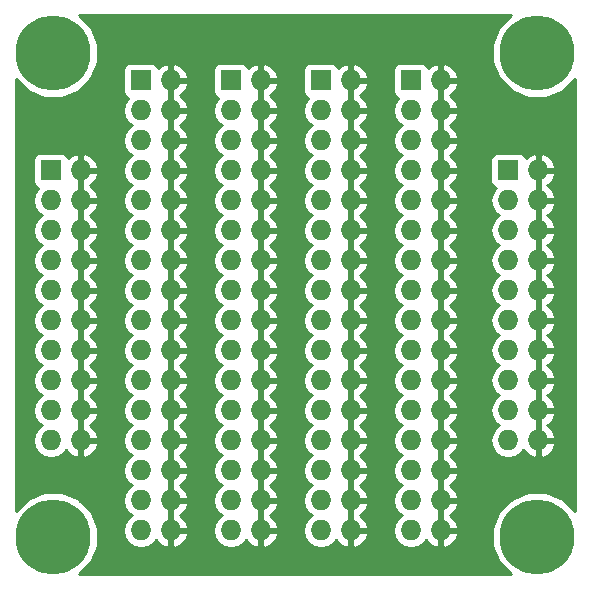
<source format=gtl>
G04 #@! TF.FileFunction,Copper,L1,Top,Signal*
%FSLAX46Y46*%
G04 Gerber Fmt 4.6, Leading zero omitted, Abs format (unit mm)*
G04 Created by KiCad (PCBNEW (after 2015-mar-04 BZR unknown)-product) date 4/26/2015 5:00:49 PM*
%MOMM*%
G01*
G04 APERTURE LIST*
%ADD10C,0.150000*%
%ADD11C,6.350000*%
%ADD12R,1.727200X1.727200*%
%ADD13O,1.727200X1.727200*%
%ADD14C,0.254000*%
G04 APERTURE END LIST*
D10*
D11*
X45000000Y-4000000D03*
X45000000Y-45000000D03*
X4000000Y-4000000D03*
X4000000Y-45000000D03*
D12*
X11430000Y-6350000D03*
D13*
X13970000Y-6350000D03*
X11430000Y-8890000D03*
X13970000Y-8890000D03*
X11430000Y-11430000D03*
X13970000Y-11430000D03*
X11430000Y-13970000D03*
X13970000Y-13970000D03*
X11430000Y-16510000D03*
X13970000Y-16510000D03*
X11430000Y-19050000D03*
X13970000Y-19050000D03*
X11430000Y-21590000D03*
X13970000Y-21590000D03*
X11430000Y-24130000D03*
X13970000Y-24130000D03*
X11430000Y-26670000D03*
X13970000Y-26670000D03*
X11430000Y-29210000D03*
X13970000Y-29210000D03*
X11430000Y-31750000D03*
X13970000Y-31750000D03*
X11430000Y-34290000D03*
X13970000Y-34290000D03*
X11430000Y-36830000D03*
X13970000Y-36830000D03*
X11430000Y-39370000D03*
X13970000Y-39370000D03*
X11430000Y-41910000D03*
X13970000Y-41910000D03*
X11430000Y-44450000D03*
X13970000Y-44450000D03*
D12*
X19050000Y-6350000D03*
D13*
X21590000Y-6350000D03*
X19050000Y-8890000D03*
X21590000Y-8890000D03*
X19050000Y-11430000D03*
X21590000Y-11430000D03*
X19050000Y-13970000D03*
X21590000Y-13970000D03*
X19050000Y-16510000D03*
X21590000Y-16510000D03*
X19050000Y-19050000D03*
X21590000Y-19050000D03*
X19050000Y-21590000D03*
X21590000Y-21590000D03*
X19050000Y-24130000D03*
X21590000Y-24130000D03*
X19050000Y-26670000D03*
X21590000Y-26670000D03*
X19050000Y-29210000D03*
X21590000Y-29210000D03*
X19050000Y-31750000D03*
X21590000Y-31750000D03*
X19050000Y-34290000D03*
X21590000Y-34290000D03*
X19050000Y-36830000D03*
X21590000Y-36830000D03*
X19050000Y-39370000D03*
X21590000Y-39370000D03*
X19050000Y-41910000D03*
X21590000Y-41910000D03*
X19050000Y-44450000D03*
X21590000Y-44450000D03*
D12*
X26670000Y-6350000D03*
D13*
X29210000Y-6350000D03*
X26670000Y-8890000D03*
X29210000Y-8890000D03*
X26670000Y-11430000D03*
X29210000Y-11430000D03*
X26670000Y-13970000D03*
X29210000Y-13970000D03*
X26670000Y-16510000D03*
X29210000Y-16510000D03*
X26670000Y-19050000D03*
X29210000Y-19050000D03*
X26670000Y-21590000D03*
X29210000Y-21590000D03*
X26670000Y-24130000D03*
X29210000Y-24130000D03*
X26670000Y-26670000D03*
X29210000Y-26670000D03*
X26670000Y-29210000D03*
X29210000Y-29210000D03*
X26670000Y-31750000D03*
X29210000Y-31750000D03*
X26670000Y-34290000D03*
X29210000Y-34290000D03*
X26670000Y-36830000D03*
X29210000Y-36830000D03*
X26670000Y-39370000D03*
X29210000Y-39370000D03*
X26670000Y-41910000D03*
X29210000Y-41910000D03*
X26670000Y-44450000D03*
X29210000Y-44450000D03*
D12*
X34290000Y-6350000D03*
D13*
X36830000Y-6350000D03*
X34290000Y-8890000D03*
X36830000Y-8890000D03*
X34290000Y-11430000D03*
X36830000Y-11430000D03*
X34290000Y-13970000D03*
X36830000Y-13970000D03*
X34290000Y-16510000D03*
X36830000Y-16510000D03*
X34290000Y-19050000D03*
X36830000Y-19050000D03*
X34290000Y-21590000D03*
X36830000Y-21590000D03*
X34290000Y-24130000D03*
X36830000Y-24130000D03*
X34290000Y-26670000D03*
X36830000Y-26670000D03*
X34290000Y-29210000D03*
X36830000Y-29210000D03*
X34290000Y-31750000D03*
X36830000Y-31750000D03*
X34290000Y-34290000D03*
X36830000Y-34290000D03*
X34290000Y-36830000D03*
X36830000Y-36830000D03*
X34290000Y-39370000D03*
X36830000Y-39370000D03*
X34290000Y-41910000D03*
X36830000Y-41910000D03*
X34290000Y-44450000D03*
X36830000Y-44450000D03*
D12*
X3810000Y-13970000D03*
D13*
X6350000Y-13970000D03*
X3810000Y-16510000D03*
X6350000Y-16510000D03*
X3810000Y-19050000D03*
X6350000Y-19050000D03*
X3810000Y-21590000D03*
X6350000Y-21590000D03*
X3810000Y-24130000D03*
X6350000Y-24130000D03*
X3810000Y-26670000D03*
X6350000Y-26670000D03*
X3810000Y-29210000D03*
X6350000Y-29210000D03*
X3810000Y-31750000D03*
X6350000Y-31750000D03*
X3810000Y-34290000D03*
X6350000Y-34290000D03*
X3810000Y-36830000D03*
X6350000Y-36830000D03*
D12*
X42545000Y-13970000D03*
D13*
X45085000Y-13970000D03*
X42545000Y-16510000D03*
X45085000Y-16510000D03*
X42545000Y-19050000D03*
X45085000Y-19050000D03*
X42545000Y-21590000D03*
X45085000Y-21590000D03*
X42545000Y-24130000D03*
X45085000Y-24130000D03*
X42545000Y-26670000D03*
X45085000Y-26670000D03*
X42545000Y-29210000D03*
X45085000Y-29210000D03*
X42545000Y-31750000D03*
X45085000Y-31750000D03*
X42545000Y-34290000D03*
X45085000Y-34290000D03*
X42545000Y-36830000D03*
X45085000Y-36830000D03*
D14*
G36*
X48174500Y-42787183D02*
X47161009Y-41771923D01*
X46539958Y-41514039D01*
X46539958Y-37189026D01*
X46539958Y-36470974D01*
X46367688Y-36055053D01*
X45973490Y-35623179D01*
X45838687Y-35560000D01*
X45973490Y-35496821D01*
X46367688Y-35064947D01*
X46539958Y-34649026D01*
X46539958Y-33930974D01*
X46367688Y-33515053D01*
X45973490Y-33083179D01*
X45838687Y-33020000D01*
X45973490Y-32956821D01*
X46367688Y-32524947D01*
X46539958Y-32109026D01*
X46539958Y-31390974D01*
X46367688Y-30975053D01*
X45973490Y-30543179D01*
X45838687Y-30480000D01*
X45973490Y-30416821D01*
X46367688Y-29984947D01*
X46539958Y-29569026D01*
X46539958Y-28850974D01*
X46367688Y-28435053D01*
X45973490Y-28003179D01*
X45838687Y-27940000D01*
X45973490Y-27876821D01*
X46367688Y-27444947D01*
X46539958Y-27029026D01*
X46539958Y-26310974D01*
X46367688Y-25895053D01*
X45973490Y-25463179D01*
X45838687Y-25400000D01*
X45973490Y-25336821D01*
X46367688Y-24904947D01*
X46539958Y-24489026D01*
X46539958Y-23770974D01*
X46367688Y-23355053D01*
X45973490Y-22923179D01*
X45838687Y-22860000D01*
X45973490Y-22796821D01*
X46367688Y-22364947D01*
X46539958Y-21949026D01*
X46539958Y-21230974D01*
X46367688Y-20815053D01*
X45973490Y-20383179D01*
X45838687Y-20320000D01*
X45973490Y-20256821D01*
X46367688Y-19824947D01*
X46539958Y-19409026D01*
X46539958Y-18690974D01*
X46367688Y-18275053D01*
X45973490Y-17843179D01*
X45838687Y-17780000D01*
X45973490Y-17716821D01*
X46367688Y-17284947D01*
X46539958Y-16869026D01*
X46539958Y-16150974D01*
X46367688Y-15735053D01*
X45973490Y-15303179D01*
X45838687Y-15240000D01*
X45973490Y-15176821D01*
X46367688Y-14744947D01*
X46539958Y-14329026D01*
X46539958Y-13610974D01*
X46367688Y-13195053D01*
X45973490Y-12763179D01*
X45444027Y-12515032D01*
X45212000Y-12635531D01*
X45212000Y-13843000D01*
X46418817Y-13843000D01*
X46539958Y-13610974D01*
X46539958Y-14329026D01*
X46418817Y-14097000D01*
X45212000Y-14097000D01*
X45212000Y-15175531D01*
X45212000Y-15304469D01*
X45212000Y-16383000D01*
X46418817Y-16383000D01*
X46539958Y-16150974D01*
X46539958Y-16869026D01*
X46418817Y-16637000D01*
X45212000Y-16637000D01*
X45212000Y-17715531D01*
X45212000Y-17844469D01*
X45212000Y-18923000D01*
X46418817Y-18923000D01*
X46539958Y-18690974D01*
X46539958Y-19409026D01*
X46418817Y-19177000D01*
X45212000Y-19177000D01*
X45212000Y-20255531D01*
X45212000Y-20384469D01*
X45212000Y-21463000D01*
X46418817Y-21463000D01*
X46539958Y-21230974D01*
X46539958Y-21949026D01*
X46418817Y-21717000D01*
X45212000Y-21717000D01*
X45212000Y-22795531D01*
X45212000Y-22924469D01*
X45212000Y-24003000D01*
X46418817Y-24003000D01*
X46539958Y-23770974D01*
X46539958Y-24489026D01*
X46418817Y-24257000D01*
X45212000Y-24257000D01*
X45212000Y-25335531D01*
X45212000Y-25464469D01*
X45212000Y-26543000D01*
X46418817Y-26543000D01*
X46539958Y-26310974D01*
X46539958Y-27029026D01*
X46418817Y-26797000D01*
X45212000Y-26797000D01*
X45212000Y-27875531D01*
X45212000Y-28004469D01*
X45212000Y-29083000D01*
X46418817Y-29083000D01*
X46539958Y-28850974D01*
X46539958Y-29569026D01*
X46418817Y-29337000D01*
X45212000Y-29337000D01*
X45212000Y-30415531D01*
X45212000Y-30544469D01*
X45212000Y-31623000D01*
X46418817Y-31623000D01*
X46539958Y-31390974D01*
X46539958Y-32109026D01*
X46418817Y-31877000D01*
X45212000Y-31877000D01*
X45212000Y-32955531D01*
X45212000Y-33084469D01*
X45212000Y-34163000D01*
X46418817Y-34163000D01*
X46539958Y-33930974D01*
X46539958Y-34649026D01*
X46418817Y-34417000D01*
X45212000Y-34417000D01*
X45212000Y-35495531D01*
X45212000Y-35624469D01*
X45212000Y-36703000D01*
X46418817Y-36703000D01*
X46539958Y-36470974D01*
X46539958Y-37189026D01*
X46418817Y-36957000D01*
X45212000Y-36957000D01*
X45212000Y-38164469D01*
X45444027Y-38284968D01*
X45973490Y-38036821D01*
X46367688Y-37604947D01*
X46539958Y-37189026D01*
X46539958Y-41514039D01*
X45761181Y-41190663D01*
X44958000Y-41189961D01*
X44958000Y-38164469D01*
X44958000Y-36957000D01*
X44938000Y-36957000D01*
X44938000Y-36703000D01*
X44958000Y-36703000D01*
X44958000Y-35624469D01*
X44958000Y-35495531D01*
X44958000Y-34417000D01*
X44938000Y-34417000D01*
X44938000Y-34163000D01*
X44958000Y-34163000D01*
X44958000Y-33084469D01*
X44958000Y-32955531D01*
X44958000Y-31877000D01*
X44938000Y-31877000D01*
X44938000Y-31623000D01*
X44958000Y-31623000D01*
X44958000Y-30544469D01*
X44958000Y-30415531D01*
X44958000Y-29337000D01*
X44938000Y-29337000D01*
X44938000Y-29083000D01*
X44958000Y-29083000D01*
X44958000Y-28004469D01*
X44958000Y-27875531D01*
X44958000Y-26797000D01*
X44938000Y-26797000D01*
X44938000Y-26543000D01*
X44958000Y-26543000D01*
X44958000Y-25464469D01*
X44958000Y-25335531D01*
X44958000Y-24257000D01*
X44938000Y-24257000D01*
X44938000Y-24003000D01*
X44958000Y-24003000D01*
X44958000Y-22924469D01*
X44958000Y-22795531D01*
X44958000Y-21717000D01*
X44938000Y-21717000D01*
X44938000Y-21463000D01*
X44958000Y-21463000D01*
X44958000Y-20384469D01*
X44958000Y-20255531D01*
X44958000Y-19177000D01*
X44938000Y-19177000D01*
X44938000Y-18923000D01*
X44958000Y-18923000D01*
X44958000Y-17844469D01*
X44958000Y-17715531D01*
X44958000Y-16637000D01*
X44938000Y-16637000D01*
X44938000Y-16383000D01*
X44958000Y-16383000D01*
X44958000Y-15304469D01*
X44958000Y-15175531D01*
X44958000Y-14097000D01*
X44938000Y-14097000D01*
X44938000Y-13843000D01*
X44958000Y-13843000D01*
X44958000Y-12635531D01*
X44725973Y-12515032D01*
X44196510Y-12763179D01*
X44025746Y-12950263D01*
X44009063Y-12864277D01*
X43869273Y-12651473D01*
X43658240Y-12509023D01*
X43408600Y-12458960D01*
X41681400Y-12458960D01*
X41439277Y-12505937D01*
X41226473Y-12645727D01*
X41084023Y-12856760D01*
X41033960Y-13106400D01*
X41033960Y-14833600D01*
X41080937Y-15075723D01*
X41220727Y-15288527D01*
X41431760Y-15430977D01*
X41472659Y-15439179D01*
X41455971Y-15450330D01*
X41131115Y-15936511D01*
X41017041Y-16510000D01*
X41131115Y-17083489D01*
X41455971Y-17569670D01*
X41770751Y-17780000D01*
X41455971Y-17990330D01*
X41131115Y-18476511D01*
X41017041Y-19050000D01*
X41131115Y-19623489D01*
X41455971Y-20109670D01*
X41770751Y-20320000D01*
X41455971Y-20530330D01*
X41131115Y-21016511D01*
X41017041Y-21590000D01*
X41131115Y-22163489D01*
X41455971Y-22649670D01*
X41770751Y-22860000D01*
X41455971Y-23070330D01*
X41131115Y-23556511D01*
X41017041Y-24130000D01*
X41131115Y-24703489D01*
X41455971Y-25189670D01*
X41770751Y-25400000D01*
X41455971Y-25610330D01*
X41131115Y-26096511D01*
X41017041Y-26670000D01*
X41131115Y-27243489D01*
X41455971Y-27729670D01*
X41770751Y-27940000D01*
X41455971Y-28150330D01*
X41131115Y-28636511D01*
X41017041Y-29210000D01*
X41131115Y-29783489D01*
X41455971Y-30269670D01*
X41770751Y-30480000D01*
X41455971Y-30690330D01*
X41131115Y-31176511D01*
X41017041Y-31750000D01*
X41131115Y-32323489D01*
X41455971Y-32809670D01*
X41770751Y-33020000D01*
X41455971Y-33230330D01*
X41131115Y-33716511D01*
X41017041Y-34290000D01*
X41131115Y-34863489D01*
X41455971Y-35349670D01*
X41770751Y-35560000D01*
X41455971Y-35770330D01*
X41131115Y-36256511D01*
X41017041Y-36830000D01*
X41131115Y-37403489D01*
X41455971Y-37889670D01*
X41942152Y-38214526D01*
X42515641Y-38328600D01*
X42574359Y-38328600D01*
X43147848Y-38214526D01*
X43634029Y-37889670D01*
X43814992Y-37618839D01*
X44196510Y-38036821D01*
X44725973Y-38284968D01*
X44958000Y-38164469D01*
X44958000Y-41189961D01*
X44245469Y-41189340D01*
X42844628Y-41768156D01*
X41771923Y-42838991D01*
X41190663Y-44238819D01*
X41189340Y-45754531D01*
X41768156Y-47155372D01*
X42785507Y-48174500D01*
X38284958Y-48174500D01*
X38284958Y-44809026D01*
X38284958Y-44090974D01*
X38112688Y-43675053D01*
X37718490Y-43243179D01*
X37583687Y-43180000D01*
X37718490Y-43116821D01*
X38112688Y-42684947D01*
X38284958Y-42269026D01*
X38284958Y-41550974D01*
X38112688Y-41135053D01*
X37718490Y-40703179D01*
X37583687Y-40640000D01*
X37718490Y-40576821D01*
X38112688Y-40144947D01*
X38284958Y-39729026D01*
X38284958Y-39010974D01*
X38112688Y-38595053D01*
X37718490Y-38163179D01*
X37583687Y-38100000D01*
X37718490Y-38036821D01*
X38112688Y-37604947D01*
X38284958Y-37189026D01*
X38284958Y-36470974D01*
X38112688Y-36055053D01*
X37718490Y-35623179D01*
X37583687Y-35560000D01*
X37718490Y-35496821D01*
X38112688Y-35064947D01*
X38284958Y-34649026D01*
X38284958Y-33930974D01*
X38112688Y-33515053D01*
X37718490Y-33083179D01*
X37583687Y-33020000D01*
X37718490Y-32956821D01*
X38112688Y-32524947D01*
X38284958Y-32109026D01*
X38284958Y-31390974D01*
X38112688Y-30975053D01*
X37718490Y-30543179D01*
X37583687Y-30480000D01*
X37718490Y-30416821D01*
X38112688Y-29984947D01*
X38284958Y-29569026D01*
X38284958Y-28850974D01*
X38112688Y-28435053D01*
X37718490Y-28003179D01*
X37583687Y-27940000D01*
X37718490Y-27876821D01*
X38112688Y-27444947D01*
X38284958Y-27029026D01*
X38284958Y-26310974D01*
X38112688Y-25895053D01*
X37718490Y-25463179D01*
X37583687Y-25400000D01*
X37718490Y-25336821D01*
X38112688Y-24904947D01*
X38284958Y-24489026D01*
X38284958Y-23770974D01*
X38112688Y-23355053D01*
X37718490Y-22923179D01*
X37583687Y-22860000D01*
X37718490Y-22796821D01*
X38112688Y-22364947D01*
X38284958Y-21949026D01*
X38284958Y-21230974D01*
X38112688Y-20815053D01*
X37718490Y-20383179D01*
X37583687Y-20320000D01*
X37718490Y-20256821D01*
X38112688Y-19824947D01*
X38284958Y-19409026D01*
X38284958Y-18690974D01*
X38112688Y-18275053D01*
X37718490Y-17843179D01*
X37583687Y-17780000D01*
X37718490Y-17716821D01*
X38112688Y-17284947D01*
X38284958Y-16869026D01*
X38284958Y-16150974D01*
X38112688Y-15735053D01*
X37718490Y-15303179D01*
X37583687Y-15240000D01*
X37718490Y-15176821D01*
X38112688Y-14744947D01*
X38284958Y-14329026D01*
X38284958Y-13610974D01*
X38112688Y-13195053D01*
X37718490Y-12763179D01*
X37583687Y-12700000D01*
X37718490Y-12636821D01*
X38112688Y-12204947D01*
X38284958Y-11789026D01*
X38284958Y-11070974D01*
X38112688Y-10655053D01*
X37718490Y-10223179D01*
X37583687Y-10160000D01*
X37718490Y-10096821D01*
X38112688Y-9664947D01*
X38284958Y-9249026D01*
X38284958Y-8530974D01*
X38112688Y-8115053D01*
X37718490Y-7683179D01*
X37583687Y-7620000D01*
X37718490Y-7556821D01*
X38112688Y-7124947D01*
X38284958Y-6709026D01*
X38284958Y-5990974D01*
X38112688Y-5575053D01*
X37718490Y-5143179D01*
X37189027Y-4895032D01*
X36957000Y-5015531D01*
X36957000Y-6223000D01*
X38163817Y-6223000D01*
X38284958Y-5990974D01*
X38284958Y-6709026D01*
X38163817Y-6477000D01*
X36957000Y-6477000D01*
X36957000Y-7555531D01*
X36957000Y-7684469D01*
X36957000Y-8763000D01*
X38163817Y-8763000D01*
X38284958Y-8530974D01*
X38284958Y-9249026D01*
X38163817Y-9017000D01*
X36957000Y-9017000D01*
X36957000Y-10095531D01*
X36957000Y-10224469D01*
X36957000Y-11303000D01*
X38163817Y-11303000D01*
X38284958Y-11070974D01*
X38284958Y-11789026D01*
X38163817Y-11557000D01*
X36957000Y-11557000D01*
X36957000Y-12635531D01*
X36957000Y-12764469D01*
X36957000Y-13843000D01*
X38163817Y-13843000D01*
X38284958Y-13610974D01*
X38284958Y-14329026D01*
X38163817Y-14097000D01*
X36957000Y-14097000D01*
X36957000Y-15175531D01*
X36957000Y-15304469D01*
X36957000Y-16383000D01*
X38163817Y-16383000D01*
X38284958Y-16150974D01*
X38284958Y-16869026D01*
X38163817Y-16637000D01*
X36957000Y-16637000D01*
X36957000Y-17715531D01*
X36957000Y-17844469D01*
X36957000Y-18923000D01*
X38163817Y-18923000D01*
X38284958Y-18690974D01*
X38284958Y-19409026D01*
X38163817Y-19177000D01*
X36957000Y-19177000D01*
X36957000Y-20255531D01*
X36957000Y-20384469D01*
X36957000Y-21463000D01*
X38163817Y-21463000D01*
X38284958Y-21230974D01*
X38284958Y-21949026D01*
X38163817Y-21717000D01*
X36957000Y-21717000D01*
X36957000Y-22795531D01*
X36957000Y-22924469D01*
X36957000Y-24003000D01*
X38163817Y-24003000D01*
X38284958Y-23770974D01*
X38284958Y-24489026D01*
X38163817Y-24257000D01*
X36957000Y-24257000D01*
X36957000Y-25335531D01*
X36957000Y-25464469D01*
X36957000Y-26543000D01*
X38163817Y-26543000D01*
X38284958Y-26310974D01*
X38284958Y-27029026D01*
X38163817Y-26797000D01*
X36957000Y-26797000D01*
X36957000Y-27875531D01*
X36957000Y-28004469D01*
X36957000Y-29083000D01*
X38163817Y-29083000D01*
X38284958Y-28850974D01*
X38284958Y-29569026D01*
X38163817Y-29337000D01*
X36957000Y-29337000D01*
X36957000Y-30415531D01*
X36957000Y-30544469D01*
X36957000Y-31623000D01*
X38163817Y-31623000D01*
X38284958Y-31390974D01*
X38284958Y-32109026D01*
X38163817Y-31877000D01*
X36957000Y-31877000D01*
X36957000Y-32955531D01*
X36957000Y-33084469D01*
X36957000Y-34163000D01*
X38163817Y-34163000D01*
X38284958Y-33930974D01*
X38284958Y-34649026D01*
X38163817Y-34417000D01*
X36957000Y-34417000D01*
X36957000Y-35495531D01*
X36957000Y-35624469D01*
X36957000Y-36703000D01*
X38163817Y-36703000D01*
X38284958Y-36470974D01*
X38284958Y-37189026D01*
X38163817Y-36957000D01*
X36957000Y-36957000D01*
X36957000Y-38035531D01*
X36957000Y-38164469D01*
X36957000Y-39243000D01*
X38163817Y-39243000D01*
X38284958Y-39010974D01*
X38284958Y-39729026D01*
X38163817Y-39497000D01*
X36957000Y-39497000D01*
X36957000Y-40575531D01*
X36957000Y-40704469D01*
X36957000Y-41783000D01*
X38163817Y-41783000D01*
X38284958Y-41550974D01*
X38284958Y-42269026D01*
X38163817Y-42037000D01*
X36957000Y-42037000D01*
X36957000Y-43115531D01*
X36957000Y-43244469D01*
X36957000Y-44323000D01*
X38163817Y-44323000D01*
X38284958Y-44090974D01*
X38284958Y-44809026D01*
X38163817Y-44577000D01*
X36957000Y-44577000D01*
X36957000Y-45784469D01*
X37189027Y-45904968D01*
X37718490Y-45656821D01*
X38112688Y-45224947D01*
X38284958Y-44809026D01*
X38284958Y-48174500D01*
X36703000Y-48174500D01*
X36703000Y-45784469D01*
X36703000Y-44577000D01*
X36683000Y-44577000D01*
X36683000Y-44323000D01*
X36703000Y-44323000D01*
X36703000Y-43244469D01*
X36703000Y-43115531D01*
X36703000Y-42037000D01*
X36683000Y-42037000D01*
X36683000Y-41783000D01*
X36703000Y-41783000D01*
X36703000Y-40704469D01*
X36703000Y-40575531D01*
X36703000Y-39497000D01*
X36683000Y-39497000D01*
X36683000Y-39243000D01*
X36703000Y-39243000D01*
X36703000Y-38164469D01*
X36703000Y-38035531D01*
X36703000Y-36957000D01*
X36683000Y-36957000D01*
X36683000Y-36703000D01*
X36703000Y-36703000D01*
X36703000Y-35624469D01*
X36703000Y-35495531D01*
X36703000Y-34417000D01*
X36683000Y-34417000D01*
X36683000Y-34163000D01*
X36703000Y-34163000D01*
X36703000Y-33084469D01*
X36703000Y-32955531D01*
X36703000Y-31877000D01*
X36683000Y-31877000D01*
X36683000Y-31623000D01*
X36703000Y-31623000D01*
X36703000Y-30544469D01*
X36703000Y-30415531D01*
X36703000Y-29337000D01*
X36683000Y-29337000D01*
X36683000Y-29083000D01*
X36703000Y-29083000D01*
X36703000Y-28004469D01*
X36703000Y-27875531D01*
X36703000Y-26797000D01*
X36683000Y-26797000D01*
X36683000Y-26543000D01*
X36703000Y-26543000D01*
X36703000Y-25464469D01*
X36703000Y-25335531D01*
X36703000Y-24257000D01*
X36683000Y-24257000D01*
X36683000Y-24003000D01*
X36703000Y-24003000D01*
X36703000Y-22924469D01*
X36703000Y-22795531D01*
X36703000Y-21717000D01*
X36683000Y-21717000D01*
X36683000Y-21463000D01*
X36703000Y-21463000D01*
X36703000Y-20384469D01*
X36703000Y-20255531D01*
X36703000Y-19177000D01*
X36683000Y-19177000D01*
X36683000Y-18923000D01*
X36703000Y-18923000D01*
X36703000Y-17844469D01*
X36703000Y-17715531D01*
X36703000Y-16637000D01*
X36683000Y-16637000D01*
X36683000Y-16383000D01*
X36703000Y-16383000D01*
X36703000Y-15304469D01*
X36703000Y-15175531D01*
X36703000Y-14097000D01*
X36683000Y-14097000D01*
X36683000Y-13843000D01*
X36703000Y-13843000D01*
X36703000Y-12764469D01*
X36703000Y-12635531D01*
X36703000Y-11557000D01*
X36683000Y-11557000D01*
X36683000Y-11303000D01*
X36703000Y-11303000D01*
X36703000Y-10224469D01*
X36703000Y-10095531D01*
X36703000Y-9017000D01*
X36683000Y-9017000D01*
X36683000Y-8763000D01*
X36703000Y-8763000D01*
X36703000Y-7684469D01*
X36703000Y-7555531D01*
X36703000Y-6477000D01*
X36683000Y-6477000D01*
X36683000Y-6223000D01*
X36703000Y-6223000D01*
X36703000Y-5015531D01*
X36470973Y-4895032D01*
X35941510Y-5143179D01*
X35770746Y-5330263D01*
X35754063Y-5244277D01*
X35614273Y-5031473D01*
X35403240Y-4889023D01*
X35153600Y-4838960D01*
X33426400Y-4838960D01*
X33184277Y-4885937D01*
X32971473Y-5025727D01*
X32829023Y-5236760D01*
X32778960Y-5486400D01*
X32778960Y-7213600D01*
X32825937Y-7455723D01*
X32965727Y-7668527D01*
X33176760Y-7810977D01*
X33217659Y-7819179D01*
X33200971Y-7830330D01*
X32876115Y-8316511D01*
X32762041Y-8890000D01*
X32876115Y-9463489D01*
X33200971Y-9949670D01*
X33515751Y-10160000D01*
X33200971Y-10370330D01*
X32876115Y-10856511D01*
X32762041Y-11430000D01*
X32876115Y-12003489D01*
X33200971Y-12489670D01*
X33515751Y-12700000D01*
X33200971Y-12910330D01*
X32876115Y-13396511D01*
X32762041Y-13970000D01*
X32876115Y-14543489D01*
X33200971Y-15029670D01*
X33515751Y-15240000D01*
X33200971Y-15450330D01*
X32876115Y-15936511D01*
X32762041Y-16510000D01*
X32876115Y-17083489D01*
X33200971Y-17569670D01*
X33515751Y-17780000D01*
X33200971Y-17990330D01*
X32876115Y-18476511D01*
X32762041Y-19050000D01*
X32876115Y-19623489D01*
X33200971Y-20109670D01*
X33515751Y-20320000D01*
X33200971Y-20530330D01*
X32876115Y-21016511D01*
X32762041Y-21590000D01*
X32876115Y-22163489D01*
X33200971Y-22649670D01*
X33515751Y-22860000D01*
X33200971Y-23070330D01*
X32876115Y-23556511D01*
X32762041Y-24130000D01*
X32876115Y-24703489D01*
X33200971Y-25189670D01*
X33515751Y-25400000D01*
X33200971Y-25610330D01*
X32876115Y-26096511D01*
X32762041Y-26670000D01*
X32876115Y-27243489D01*
X33200971Y-27729670D01*
X33515751Y-27940000D01*
X33200971Y-28150330D01*
X32876115Y-28636511D01*
X32762041Y-29210000D01*
X32876115Y-29783489D01*
X33200971Y-30269670D01*
X33515751Y-30480000D01*
X33200971Y-30690330D01*
X32876115Y-31176511D01*
X32762041Y-31750000D01*
X32876115Y-32323489D01*
X33200971Y-32809670D01*
X33515751Y-33020000D01*
X33200971Y-33230330D01*
X32876115Y-33716511D01*
X32762041Y-34290000D01*
X32876115Y-34863489D01*
X33200971Y-35349670D01*
X33515751Y-35560000D01*
X33200971Y-35770330D01*
X32876115Y-36256511D01*
X32762041Y-36830000D01*
X32876115Y-37403489D01*
X33200971Y-37889670D01*
X33515751Y-38100000D01*
X33200971Y-38310330D01*
X32876115Y-38796511D01*
X32762041Y-39370000D01*
X32876115Y-39943489D01*
X33200971Y-40429670D01*
X33515751Y-40640000D01*
X33200971Y-40850330D01*
X32876115Y-41336511D01*
X32762041Y-41910000D01*
X32876115Y-42483489D01*
X33200971Y-42969670D01*
X33515751Y-43180000D01*
X33200971Y-43390330D01*
X32876115Y-43876511D01*
X32762041Y-44450000D01*
X32876115Y-45023489D01*
X33200971Y-45509670D01*
X33687152Y-45834526D01*
X34260641Y-45948600D01*
X34319359Y-45948600D01*
X34892848Y-45834526D01*
X35379029Y-45509670D01*
X35559992Y-45238839D01*
X35941510Y-45656821D01*
X36470973Y-45904968D01*
X36703000Y-45784469D01*
X36703000Y-48174500D01*
X30664958Y-48174500D01*
X30664958Y-44809026D01*
X30664958Y-44090974D01*
X30492688Y-43675053D01*
X30098490Y-43243179D01*
X29963687Y-43180000D01*
X30098490Y-43116821D01*
X30492688Y-42684947D01*
X30664958Y-42269026D01*
X30664958Y-41550974D01*
X30492688Y-41135053D01*
X30098490Y-40703179D01*
X29963687Y-40640000D01*
X30098490Y-40576821D01*
X30492688Y-40144947D01*
X30664958Y-39729026D01*
X30664958Y-39010974D01*
X30492688Y-38595053D01*
X30098490Y-38163179D01*
X29963687Y-38100000D01*
X30098490Y-38036821D01*
X30492688Y-37604947D01*
X30664958Y-37189026D01*
X30664958Y-36470974D01*
X30492688Y-36055053D01*
X30098490Y-35623179D01*
X29963687Y-35560000D01*
X30098490Y-35496821D01*
X30492688Y-35064947D01*
X30664958Y-34649026D01*
X30664958Y-33930974D01*
X30492688Y-33515053D01*
X30098490Y-33083179D01*
X29963687Y-33020000D01*
X30098490Y-32956821D01*
X30492688Y-32524947D01*
X30664958Y-32109026D01*
X30664958Y-31390974D01*
X30492688Y-30975053D01*
X30098490Y-30543179D01*
X29963687Y-30480000D01*
X30098490Y-30416821D01*
X30492688Y-29984947D01*
X30664958Y-29569026D01*
X30664958Y-28850974D01*
X30492688Y-28435053D01*
X30098490Y-28003179D01*
X29963687Y-27940000D01*
X30098490Y-27876821D01*
X30492688Y-27444947D01*
X30664958Y-27029026D01*
X30664958Y-26310974D01*
X30492688Y-25895053D01*
X30098490Y-25463179D01*
X29963687Y-25400000D01*
X30098490Y-25336821D01*
X30492688Y-24904947D01*
X30664958Y-24489026D01*
X30664958Y-23770974D01*
X30492688Y-23355053D01*
X30098490Y-22923179D01*
X29963687Y-22860000D01*
X30098490Y-22796821D01*
X30492688Y-22364947D01*
X30664958Y-21949026D01*
X30664958Y-21230974D01*
X30492688Y-20815053D01*
X30098490Y-20383179D01*
X29963687Y-20320000D01*
X30098490Y-20256821D01*
X30492688Y-19824947D01*
X30664958Y-19409026D01*
X30664958Y-18690974D01*
X30492688Y-18275053D01*
X30098490Y-17843179D01*
X29963687Y-17780000D01*
X30098490Y-17716821D01*
X30492688Y-17284947D01*
X30664958Y-16869026D01*
X30664958Y-16150974D01*
X30492688Y-15735053D01*
X30098490Y-15303179D01*
X29963687Y-15240000D01*
X30098490Y-15176821D01*
X30492688Y-14744947D01*
X30664958Y-14329026D01*
X30664958Y-13610974D01*
X30492688Y-13195053D01*
X30098490Y-12763179D01*
X29963687Y-12700000D01*
X30098490Y-12636821D01*
X30492688Y-12204947D01*
X30664958Y-11789026D01*
X30664958Y-11070974D01*
X30492688Y-10655053D01*
X30098490Y-10223179D01*
X29963687Y-10160000D01*
X30098490Y-10096821D01*
X30492688Y-9664947D01*
X30664958Y-9249026D01*
X30664958Y-8530974D01*
X30492688Y-8115053D01*
X30098490Y-7683179D01*
X29963687Y-7620000D01*
X30098490Y-7556821D01*
X30492688Y-7124947D01*
X30664958Y-6709026D01*
X30664958Y-5990974D01*
X30492688Y-5575053D01*
X30098490Y-5143179D01*
X29569027Y-4895032D01*
X29337000Y-5015531D01*
X29337000Y-6223000D01*
X30543817Y-6223000D01*
X30664958Y-5990974D01*
X30664958Y-6709026D01*
X30543817Y-6477000D01*
X29337000Y-6477000D01*
X29337000Y-7555531D01*
X29337000Y-7684469D01*
X29337000Y-8763000D01*
X30543817Y-8763000D01*
X30664958Y-8530974D01*
X30664958Y-9249026D01*
X30543817Y-9017000D01*
X29337000Y-9017000D01*
X29337000Y-10095531D01*
X29337000Y-10224469D01*
X29337000Y-11303000D01*
X30543817Y-11303000D01*
X30664958Y-11070974D01*
X30664958Y-11789026D01*
X30543817Y-11557000D01*
X29337000Y-11557000D01*
X29337000Y-12635531D01*
X29337000Y-12764469D01*
X29337000Y-13843000D01*
X30543817Y-13843000D01*
X30664958Y-13610974D01*
X30664958Y-14329026D01*
X30543817Y-14097000D01*
X29337000Y-14097000D01*
X29337000Y-15175531D01*
X29337000Y-15304469D01*
X29337000Y-16383000D01*
X30543817Y-16383000D01*
X30664958Y-16150974D01*
X30664958Y-16869026D01*
X30543817Y-16637000D01*
X29337000Y-16637000D01*
X29337000Y-17715531D01*
X29337000Y-17844469D01*
X29337000Y-18923000D01*
X30543817Y-18923000D01*
X30664958Y-18690974D01*
X30664958Y-19409026D01*
X30543817Y-19177000D01*
X29337000Y-19177000D01*
X29337000Y-20255531D01*
X29337000Y-20384469D01*
X29337000Y-21463000D01*
X30543817Y-21463000D01*
X30664958Y-21230974D01*
X30664958Y-21949026D01*
X30543817Y-21717000D01*
X29337000Y-21717000D01*
X29337000Y-22795531D01*
X29337000Y-22924469D01*
X29337000Y-24003000D01*
X30543817Y-24003000D01*
X30664958Y-23770974D01*
X30664958Y-24489026D01*
X30543817Y-24257000D01*
X29337000Y-24257000D01*
X29337000Y-25335531D01*
X29337000Y-25464469D01*
X29337000Y-26543000D01*
X30543817Y-26543000D01*
X30664958Y-26310974D01*
X30664958Y-27029026D01*
X30543817Y-26797000D01*
X29337000Y-26797000D01*
X29337000Y-27875531D01*
X29337000Y-28004469D01*
X29337000Y-29083000D01*
X30543817Y-29083000D01*
X30664958Y-28850974D01*
X30664958Y-29569026D01*
X30543817Y-29337000D01*
X29337000Y-29337000D01*
X29337000Y-30415531D01*
X29337000Y-30544469D01*
X29337000Y-31623000D01*
X30543817Y-31623000D01*
X30664958Y-31390974D01*
X30664958Y-32109026D01*
X30543817Y-31877000D01*
X29337000Y-31877000D01*
X29337000Y-32955531D01*
X29337000Y-33084469D01*
X29337000Y-34163000D01*
X30543817Y-34163000D01*
X30664958Y-33930974D01*
X30664958Y-34649026D01*
X30543817Y-34417000D01*
X29337000Y-34417000D01*
X29337000Y-35495531D01*
X29337000Y-35624469D01*
X29337000Y-36703000D01*
X30543817Y-36703000D01*
X30664958Y-36470974D01*
X30664958Y-37189026D01*
X30543817Y-36957000D01*
X29337000Y-36957000D01*
X29337000Y-38035531D01*
X29337000Y-38164469D01*
X29337000Y-39243000D01*
X30543817Y-39243000D01*
X30664958Y-39010974D01*
X30664958Y-39729026D01*
X30543817Y-39497000D01*
X29337000Y-39497000D01*
X29337000Y-40575531D01*
X29337000Y-40704469D01*
X29337000Y-41783000D01*
X30543817Y-41783000D01*
X30664958Y-41550974D01*
X30664958Y-42269026D01*
X30543817Y-42037000D01*
X29337000Y-42037000D01*
X29337000Y-43115531D01*
X29337000Y-43244469D01*
X29337000Y-44323000D01*
X30543817Y-44323000D01*
X30664958Y-44090974D01*
X30664958Y-44809026D01*
X30543817Y-44577000D01*
X29337000Y-44577000D01*
X29337000Y-45784469D01*
X29569027Y-45904968D01*
X30098490Y-45656821D01*
X30492688Y-45224947D01*
X30664958Y-44809026D01*
X30664958Y-48174500D01*
X29083000Y-48174500D01*
X29083000Y-45784469D01*
X29083000Y-44577000D01*
X29063000Y-44577000D01*
X29063000Y-44323000D01*
X29083000Y-44323000D01*
X29083000Y-43244469D01*
X29083000Y-43115531D01*
X29083000Y-42037000D01*
X29063000Y-42037000D01*
X29063000Y-41783000D01*
X29083000Y-41783000D01*
X29083000Y-40704469D01*
X29083000Y-40575531D01*
X29083000Y-39497000D01*
X29063000Y-39497000D01*
X29063000Y-39243000D01*
X29083000Y-39243000D01*
X29083000Y-38164469D01*
X29083000Y-38035531D01*
X29083000Y-36957000D01*
X29063000Y-36957000D01*
X29063000Y-36703000D01*
X29083000Y-36703000D01*
X29083000Y-35624469D01*
X29083000Y-35495531D01*
X29083000Y-34417000D01*
X29063000Y-34417000D01*
X29063000Y-34163000D01*
X29083000Y-34163000D01*
X29083000Y-33084469D01*
X29083000Y-32955531D01*
X29083000Y-31877000D01*
X29063000Y-31877000D01*
X29063000Y-31623000D01*
X29083000Y-31623000D01*
X29083000Y-30544469D01*
X29083000Y-30415531D01*
X29083000Y-29337000D01*
X29063000Y-29337000D01*
X29063000Y-29083000D01*
X29083000Y-29083000D01*
X29083000Y-28004469D01*
X29083000Y-27875531D01*
X29083000Y-26797000D01*
X29063000Y-26797000D01*
X29063000Y-26543000D01*
X29083000Y-26543000D01*
X29083000Y-25464469D01*
X29083000Y-25335531D01*
X29083000Y-24257000D01*
X29063000Y-24257000D01*
X29063000Y-24003000D01*
X29083000Y-24003000D01*
X29083000Y-22924469D01*
X29083000Y-22795531D01*
X29083000Y-21717000D01*
X29063000Y-21717000D01*
X29063000Y-21463000D01*
X29083000Y-21463000D01*
X29083000Y-20384469D01*
X29083000Y-20255531D01*
X29083000Y-19177000D01*
X29063000Y-19177000D01*
X29063000Y-18923000D01*
X29083000Y-18923000D01*
X29083000Y-17844469D01*
X29083000Y-17715531D01*
X29083000Y-16637000D01*
X29063000Y-16637000D01*
X29063000Y-16383000D01*
X29083000Y-16383000D01*
X29083000Y-15304469D01*
X29083000Y-15175531D01*
X29083000Y-14097000D01*
X29063000Y-14097000D01*
X29063000Y-13843000D01*
X29083000Y-13843000D01*
X29083000Y-12764469D01*
X29083000Y-12635531D01*
X29083000Y-11557000D01*
X29063000Y-11557000D01*
X29063000Y-11303000D01*
X29083000Y-11303000D01*
X29083000Y-10224469D01*
X29083000Y-10095531D01*
X29083000Y-9017000D01*
X29063000Y-9017000D01*
X29063000Y-8763000D01*
X29083000Y-8763000D01*
X29083000Y-7684469D01*
X29083000Y-7555531D01*
X29083000Y-6477000D01*
X29063000Y-6477000D01*
X29063000Y-6223000D01*
X29083000Y-6223000D01*
X29083000Y-5015531D01*
X28850973Y-4895032D01*
X28321510Y-5143179D01*
X28150746Y-5330263D01*
X28134063Y-5244277D01*
X27994273Y-5031473D01*
X27783240Y-4889023D01*
X27533600Y-4838960D01*
X25806400Y-4838960D01*
X25564277Y-4885937D01*
X25351473Y-5025727D01*
X25209023Y-5236760D01*
X25158960Y-5486400D01*
X25158960Y-7213600D01*
X25205937Y-7455723D01*
X25345727Y-7668527D01*
X25556760Y-7810977D01*
X25597659Y-7819179D01*
X25580971Y-7830330D01*
X25256115Y-8316511D01*
X25142041Y-8890000D01*
X25256115Y-9463489D01*
X25580971Y-9949670D01*
X25895751Y-10160000D01*
X25580971Y-10370330D01*
X25256115Y-10856511D01*
X25142041Y-11430000D01*
X25256115Y-12003489D01*
X25580971Y-12489670D01*
X25895751Y-12700000D01*
X25580971Y-12910330D01*
X25256115Y-13396511D01*
X25142041Y-13970000D01*
X25256115Y-14543489D01*
X25580971Y-15029670D01*
X25895751Y-15240000D01*
X25580971Y-15450330D01*
X25256115Y-15936511D01*
X25142041Y-16510000D01*
X25256115Y-17083489D01*
X25580971Y-17569670D01*
X25895751Y-17780000D01*
X25580971Y-17990330D01*
X25256115Y-18476511D01*
X25142041Y-19050000D01*
X25256115Y-19623489D01*
X25580971Y-20109670D01*
X25895751Y-20320000D01*
X25580971Y-20530330D01*
X25256115Y-21016511D01*
X25142041Y-21590000D01*
X25256115Y-22163489D01*
X25580971Y-22649670D01*
X25895751Y-22860000D01*
X25580971Y-23070330D01*
X25256115Y-23556511D01*
X25142041Y-24130000D01*
X25256115Y-24703489D01*
X25580971Y-25189670D01*
X25895751Y-25400000D01*
X25580971Y-25610330D01*
X25256115Y-26096511D01*
X25142041Y-26670000D01*
X25256115Y-27243489D01*
X25580971Y-27729670D01*
X25895751Y-27940000D01*
X25580971Y-28150330D01*
X25256115Y-28636511D01*
X25142041Y-29210000D01*
X25256115Y-29783489D01*
X25580971Y-30269670D01*
X25895751Y-30480000D01*
X25580971Y-30690330D01*
X25256115Y-31176511D01*
X25142041Y-31750000D01*
X25256115Y-32323489D01*
X25580971Y-32809670D01*
X25895751Y-33020000D01*
X25580971Y-33230330D01*
X25256115Y-33716511D01*
X25142041Y-34290000D01*
X25256115Y-34863489D01*
X25580971Y-35349670D01*
X25895751Y-35560000D01*
X25580971Y-35770330D01*
X25256115Y-36256511D01*
X25142041Y-36830000D01*
X25256115Y-37403489D01*
X25580971Y-37889670D01*
X25895751Y-38100000D01*
X25580971Y-38310330D01*
X25256115Y-38796511D01*
X25142041Y-39370000D01*
X25256115Y-39943489D01*
X25580971Y-40429670D01*
X25895751Y-40640000D01*
X25580971Y-40850330D01*
X25256115Y-41336511D01*
X25142041Y-41910000D01*
X25256115Y-42483489D01*
X25580971Y-42969670D01*
X25895751Y-43180000D01*
X25580971Y-43390330D01*
X25256115Y-43876511D01*
X25142041Y-44450000D01*
X25256115Y-45023489D01*
X25580971Y-45509670D01*
X26067152Y-45834526D01*
X26640641Y-45948600D01*
X26699359Y-45948600D01*
X27272848Y-45834526D01*
X27759029Y-45509670D01*
X27939992Y-45238839D01*
X28321510Y-45656821D01*
X28850973Y-45904968D01*
X29083000Y-45784469D01*
X29083000Y-48174500D01*
X23044958Y-48174500D01*
X23044958Y-44809026D01*
X23044958Y-44090974D01*
X22872688Y-43675053D01*
X22478490Y-43243179D01*
X22343687Y-43180000D01*
X22478490Y-43116821D01*
X22872688Y-42684947D01*
X23044958Y-42269026D01*
X23044958Y-41550974D01*
X22872688Y-41135053D01*
X22478490Y-40703179D01*
X22343687Y-40640000D01*
X22478490Y-40576821D01*
X22872688Y-40144947D01*
X23044958Y-39729026D01*
X23044958Y-39010974D01*
X22872688Y-38595053D01*
X22478490Y-38163179D01*
X22343687Y-38100000D01*
X22478490Y-38036821D01*
X22872688Y-37604947D01*
X23044958Y-37189026D01*
X23044958Y-36470974D01*
X22872688Y-36055053D01*
X22478490Y-35623179D01*
X22343687Y-35560000D01*
X22478490Y-35496821D01*
X22872688Y-35064947D01*
X23044958Y-34649026D01*
X23044958Y-33930974D01*
X22872688Y-33515053D01*
X22478490Y-33083179D01*
X22343687Y-33020000D01*
X22478490Y-32956821D01*
X22872688Y-32524947D01*
X23044958Y-32109026D01*
X23044958Y-31390974D01*
X22872688Y-30975053D01*
X22478490Y-30543179D01*
X22343687Y-30480000D01*
X22478490Y-30416821D01*
X22872688Y-29984947D01*
X23044958Y-29569026D01*
X23044958Y-28850974D01*
X22872688Y-28435053D01*
X22478490Y-28003179D01*
X22343687Y-27940000D01*
X22478490Y-27876821D01*
X22872688Y-27444947D01*
X23044958Y-27029026D01*
X23044958Y-26310974D01*
X22872688Y-25895053D01*
X22478490Y-25463179D01*
X22343687Y-25400000D01*
X22478490Y-25336821D01*
X22872688Y-24904947D01*
X23044958Y-24489026D01*
X23044958Y-23770974D01*
X22872688Y-23355053D01*
X22478490Y-22923179D01*
X22343687Y-22860000D01*
X22478490Y-22796821D01*
X22872688Y-22364947D01*
X23044958Y-21949026D01*
X23044958Y-21230974D01*
X22872688Y-20815053D01*
X22478490Y-20383179D01*
X22343687Y-20320000D01*
X22478490Y-20256821D01*
X22872688Y-19824947D01*
X23044958Y-19409026D01*
X23044958Y-18690974D01*
X22872688Y-18275053D01*
X22478490Y-17843179D01*
X22343687Y-17780000D01*
X22478490Y-17716821D01*
X22872688Y-17284947D01*
X23044958Y-16869026D01*
X23044958Y-16150974D01*
X22872688Y-15735053D01*
X22478490Y-15303179D01*
X22343687Y-15240000D01*
X22478490Y-15176821D01*
X22872688Y-14744947D01*
X23044958Y-14329026D01*
X23044958Y-13610974D01*
X22872688Y-13195053D01*
X22478490Y-12763179D01*
X22343687Y-12700000D01*
X22478490Y-12636821D01*
X22872688Y-12204947D01*
X23044958Y-11789026D01*
X23044958Y-11070974D01*
X22872688Y-10655053D01*
X22478490Y-10223179D01*
X22343687Y-10160000D01*
X22478490Y-10096821D01*
X22872688Y-9664947D01*
X23044958Y-9249026D01*
X23044958Y-8530974D01*
X22872688Y-8115053D01*
X22478490Y-7683179D01*
X22343687Y-7620000D01*
X22478490Y-7556821D01*
X22872688Y-7124947D01*
X23044958Y-6709026D01*
X23044958Y-5990974D01*
X22872688Y-5575053D01*
X22478490Y-5143179D01*
X21949027Y-4895032D01*
X21717000Y-5015531D01*
X21717000Y-6223000D01*
X22923817Y-6223000D01*
X23044958Y-5990974D01*
X23044958Y-6709026D01*
X22923817Y-6477000D01*
X21717000Y-6477000D01*
X21717000Y-7555531D01*
X21717000Y-7684469D01*
X21717000Y-8763000D01*
X22923817Y-8763000D01*
X23044958Y-8530974D01*
X23044958Y-9249026D01*
X22923817Y-9017000D01*
X21717000Y-9017000D01*
X21717000Y-10095531D01*
X21717000Y-10224469D01*
X21717000Y-11303000D01*
X22923817Y-11303000D01*
X23044958Y-11070974D01*
X23044958Y-11789026D01*
X22923817Y-11557000D01*
X21717000Y-11557000D01*
X21717000Y-12635531D01*
X21717000Y-12764469D01*
X21717000Y-13843000D01*
X22923817Y-13843000D01*
X23044958Y-13610974D01*
X23044958Y-14329026D01*
X22923817Y-14097000D01*
X21717000Y-14097000D01*
X21717000Y-15175531D01*
X21717000Y-15304469D01*
X21717000Y-16383000D01*
X22923817Y-16383000D01*
X23044958Y-16150974D01*
X23044958Y-16869026D01*
X22923817Y-16637000D01*
X21717000Y-16637000D01*
X21717000Y-17715531D01*
X21717000Y-17844469D01*
X21717000Y-18923000D01*
X22923817Y-18923000D01*
X23044958Y-18690974D01*
X23044958Y-19409026D01*
X22923817Y-19177000D01*
X21717000Y-19177000D01*
X21717000Y-20255531D01*
X21717000Y-20384469D01*
X21717000Y-21463000D01*
X22923817Y-21463000D01*
X23044958Y-21230974D01*
X23044958Y-21949026D01*
X22923817Y-21717000D01*
X21717000Y-21717000D01*
X21717000Y-22795531D01*
X21717000Y-22924469D01*
X21717000Y-24003000D01*
X22923817Y-24003000D01*
X23044958Y-23770974D01*
X23044958Y-24489026D01*
X22923817Y-24257000D01*
X21717000Y-24257000D01*
X21717000Y-25335531D01*
X21717000Y-25464469D01*
X21717000Y-26543000D01*
X22923817Y-26543000D01*
X23044958Y-26310974D01*
X23044958Y-27029026D01*
X22923817Y-26797000D01*
X21717000Y-26797000D01*
X21717000Y-27875531D01*
X21717000Y-28004469D01*
X21717000Y-29083000D01*
X22923817Y-29083000D01*
X23044958Y-28850974D01*
X23044958Y-29569026D01*
X22923817Y-29337000D01*
X21717000Y-29337000D01*
X21717000Y-30415531D01*
X21717000Y-30544469D01*
X21717000Y-31623000D01*
X22923817Y-31623000D01*
X23044958Y-31390974D01*
X23044958Y-32109026D01*
X22923817Y-31877000D01*
X21717000Y-31877000D01*
X21717000Y-32955531D01*
X21717000Y-33084469D01*
X21717000Y-34163000D01*
X22923817Y-34163000D01*
X23044958Y-33930974D01*
X23044958Y-34649026D01*
X22923817Y-34417000D01*
X21717000Y-34417000D01*
X21717000Y-35495531D01*
X21717000Y-35624469D01*
X21717000Y-36703000D01*
X22923817Y-36703000D01*
X23044958Y-36470974D01*
X23044958Y-37189026D01*
X22923817Y-36957000D01*
X21717000Y-36957000D01*
X21717000Y-38035531D01*
X21717000Y-38164469D01*
X21717000Y-39243000D01*
X22923817Y-39243000D01*
X23044958Y-39010974D01*
X23044958Y-39729026D01*
X22923817Y-39497000D01*
X21717000Y-39497000D01*
X21717000Y-40575531D01*
X21717000Y-40704469D01*
X21717000Y-41783000D01*
X22923817Y-41783000D01*
X23044958Y-41550974D01*
X23044958Y-42269026D01*
X22923817Y-42037000D01*
X21717000Y-42037000D01*
X21717000Y-43115531D01*
X21717000Y-43244469D01*
X21717000Y-44323000D01*
X22923817Y-44323000D01*
X23044958Y-44090974D01*
X23044958Y-44809026D01*
X22923817Y-44577000D01*
X21717000Y-44577000D01*
X21717000Y-45784469D01*
X21949027Y-45904968D01*
X22478490Y-45656821D01*
X22872688Y-45224947D01*
X23044958Y-44809026D01*
X23044958Y-48174500D01*
X21463000Y-48174500D01*
X21463000Y-45784469D01*
X21463000Y-44577000D01*
X21443000Y-44577000D01*
X21443000Y-44323000D01*
X21463000Y-44323000D01*
X21463000Y-43244469D01*
X21463000Y-43115531D01*
X21463000Y-42037000D01*
X21443000Y-42037000D01*
X21443000Y-41783000D01*
X21463000Y-41783000D01*
X21463000Y-40704469D01*
X21463000Y-40575531D01*
X21463000Y-39497000D01*
X21443000Y-39497000D01*
X21443000Y-39243000D01*
X21463000Y-39243000D01*
X21463000Y-38164469D01*
X21463000Y-38035531D01*
X21463000Y-36957000D01*
X21443000Y-36957000D01*
X21443000Y-36703000D01*
X21463000Y-36703000D01*
X21463000Y-35624469D01*
X21463000Y-35495531D01*
X21463000Y-34417000D01*
X21443000Y-34417000D01*
X21443000Y-34163000D01*
X21463000Y-34163000D01*
X21463000Y-33084469D01*
X21463000Y-32955531D01*
X21463000Y-31877000D01*
X21443000Y-31877000D01*
X21443000Y-31623000D01*
X21463000Y-31623000D01*
X21463000Y-30544469D01*
X21463000Y-30415531D01*
X21463000Y-29337000D01*
X21443000Y-29337000D01*
X21443000Y-29083000D01*
X21463000Y-29083000D01*
X21463000Y-28004469D01*
X21463000Y-27875531D01*
X21463000Y-26797000D01*
X21443000Y-26797000D01*
X21443000Y-26543000D01*
X21463000Y-26543000D01*
X21463000Y-25464469D01*
X21463000Y-25335531D01*
X21463000Y-24257000D01*
X21443000Y-24257000D01*
X21443000Y-24003000D01*
X21463000Y-24003000D01*
X21463000Y-22924469D01*
X21463000Y-22795531D01*
X21463000Y-21717000D01*
X21443000Y-21717000D01*
X21443000Y-21463000D01*
X21463000Y-21463000D01*
X21463000Y-20384469D01*
X21463000Y-20255531D01*
X21463000Y-19177000D01*
X21443000Y-19177000D01*
X21443000Y-18923000D01*
X21463000Y-18923000D01*
X21463000Y-17844469D01*
X21463000Y-17715531D01*
X21463000Y-16637000D01*
X21443000Y-16637000D01*
X21443000Y-16383000D01*
X21463000Y-16383000D01*
X21463000Y-15304469D01*
X21463000Y-15175531D01*
X21463000Y-14097000D01*
X21443000Y-14097000D01*
X21443000Y-13843000D01*
X21463000Y-13843000D01*
X21463000Y-12764469D01*
X21463000Y-12635531D01*
X21463000Y-11557000D01*
X21443000Y-11557000D01*
X21443000Y-11303000D01*
X21463000Y-11303000D01*
X21463000Y-10224469D01*
X21463000Y-10095531D01*
X21463000Y-9017000D01*
X21443000Y-9017000D01*
X21443000Y-8763000D01*
X21463000Y-8763000D01*
X21463000Y-7684469D01*
X21463000Y-7555531D01*
X21463000Y-6477000D01*
X21443000Y-6477000D01*
X21443000Y-6223000D01*
X21463000Y-6223000D01*
X21463000Y-5015531D01*
X21230973Y-4895032D01*
X20701510Y-5143179D01*
X20530746Y-5330263D01*
X20514063Y-5244277D01*
X20374273Y-5031473D01*
X20163240Y-4889023D01*
X19913600Y-4838960D01*
X18186400Y-4838960D01*
X17944277Y-4885937D01*
X17731473Y-5025727D01*
X17589023Y-5236760D01*
X17538960Y-5486400D01*
X17538960Y-7213600D01*
X17585937Y-7455723D01*
X17725727Y-7668527D01*
X17936760Y-7810977D01*
X17977659Y-7819179D01*
X17960971Y-7830330D01*
X17636115Y-8316511D01*
X17522041Y-8890000D01*
X17636115Y-9463489D01*
X17960971Y-9949670D01*
X18275751Y-10160000D01*
X17960971Y-10370330D01*
X17636115Y-10856511D01*
X17522041Y-11430000D01*
X17636115Y-12003489D01*
X17960971Y-12489670D01*
X18275751Y-12700000D01*
X17960971Y-12910330D01*
X17636115Y-13396511D01*
X17522041Y-13970000D01*
X17636115Y-14543489D01*
X17960971Y-15029670D01*
X18275751Y-15240000D01*
X17960971Y-15450330D01*
X17636115Y-15936511D01*
X17522041Y-16510000D01*
X17636115Y-17083489D01*
X17960971Y-17569670D01*
X18275751Y-17780000D01*
X17960971Y-17990330D01*
X17636115Y-18476511D01*
X17522041Y-19050000D01*
X17636115Y-19623489D01*
X17960971Y-20109670D01*
X18275751Y-20320000D01*
X17960971Y-20530330D01*
X17636115Y-21016511D01*
X17522041Y-21590000D01*
X17636115Y-22163489D01*
X17960971Y-22649670D01*
X18275751Y-22860000D01*
X17960971Y-23070330D01*
X17636115Y-23556511D01*
X17522041Y-24130000D01*
X17636115Y-24703489D01*
X17960971Y-25189670D01*
X18275751Y-25400000D01*
X17960971Y-25610330D01*
X17636115Y-26096511D01*
X17522041Y-26670000D01*
X17636115Y-27243489D01*
X17960971Y-27729670D01*
X18275751Y-27940000D01*
X17960971Y-28150330D01*
X17636115Y-28636511D01*
X17522041Y-29210000D01*
X17636115Y-29783489D01*
X17960971Y-30269670D01*
X18275751Y-30480000D01*
X17960971Y-30690330D01*
X17636115Y-31176511D01*
X17522041Y-31750000D01*
X17636115Y-32323489D01*
X17960971Y-32809670D01*
X18275751Y-33020000D01*
X17960971Y-33230330D01*
X17636115Y-33716511D01*
X17522041Y-34290000D01*
X17636115Y-34863489D01*
X17960971Y-35349670D01*
X18275751Y-35560000D01*
X17960971Y-35770330D01*
X17636115Y-36256511D01*
X17522041Y-36830000D01*
X17636115Y-37403489D01*
X17960971Y-37889670D01*
X18275751Y-38100000D01*
X17960971Y-38310330D01*
X17636115Y-38796511D01*
X17522041Y-39370000D01*
X17636115Y-39943489D01*
X17960971Y-40429670D01*
X18275751Y-40640000D01*
X17960971Y-40850330D01*
X17636115Y-41336511D01*
X17522041Y-41910000D01*
X17636115Y-42483489D01*
X17960971Y-42969670D01*
X18275751Y-43180000D01*
X17960971Y-43390330D01*
X17636115Y-43876511D01*
X17522041Y-44450000D01*
X17636115Y-45023489D01*
X17960971Y-45509670D01*
X18447152Y-45834526D01*
X19020641Y-45948600D01*
X19079359Y-45948600D01*
X19652848Y-45834526D01*
X20139029Y-45509670D01*
X20319992Y-45238839D01*
X20701510Y-45656821D01*
X21230973Y-45904968D01*
X21463000Y-45784469D01*
X21463000Y-48174500D01*
X15424958Y-48174500D01*
X15424958Y-44809026D01*
X15424958Y-44090974D01*
X15252688Y-43675053D01*
X14858490Y-43243179D01*
X14723687Y-43180000D01*
X14858490Y-43116821D01*
X15252688Y-42684947D01*
X15424958Y-42269026D01*
X15424958Y-41550974D01*
X15252688Y-41135053D01*
X14858490Y-40703179D01*
X14723687Y-40640000D01*
X14858490Y-40576821D01*
X15252688Y-40144947D01*
X15424958Y-39729026D01*
X15424958Y-39010974D01*
X15252688Y-38595053D01*
X14858490Y-38163179D01*
X14723687Y-38100000D01*
X14858490Y-38036821D01*
X15252688Y-37604947D01*
X15424958Y-37189026D01*
X15424958Y-36470974D01*
X15252688Y-36055053D01*
X14858490Y-35623179D01*
X14723687Y-35560000D01*
X14858490Y-35496821D01*
X15252688Y-35064947D01*
X15424958Y-34649026D01*
X15424958Y-33930974D01*
X15252688Y-33515053D01*
X14858490Y-33083179D01*
X14723687Y-33020000D01*
X14858490Y-32956821D01*
X15252688Y-32524947D01*
X15424958Y-32109026D01*
X15424958Y-31390974D01*
X15252688Y-30975053D01*
X14858490Y-30543179D01*
X14723687Y-30480000D01*
X14858490Y-30416821D01*
X15252688Y-29984947D01*
X15424958Y-29569026D01*
X15424958Y-28850974D01*
X15252688Y-28435053D01*
X14858490Y-28003179D01*
X14723687Y-27940000D01*
X14858490Y-27876821D01*
X15252688Y-27444947D01*
X15424958Y-27029026D01*
X15424958Y-26310974D01*
X15252688Y-25895053D01*
X14858490Y-25463179D01*
X14723687Y-25400000D01*
X14858490Y-25336821D01*
X15252688Y-24904947D01*
X15424958Y-24489026D01*
X15424958Y-23770974D01*
X15252688Y-23355053D01*
X14858490Y-22923179D01*
X14723687Y-22860000D01*
X14858490Y-22796821D01*
X15252688Y-22364947D01*
X15424958Y-21949026D01*
X15424958Y-21230974D01*
X15252688Y-20815053D01*
X14858490Y-20383179D01*
X14723687Y-20320000D01*
X14858490Y-20256821D01*
X15252688Y-19824947D01*
X15424958Y-19409026D01*
X15424958Y-18690974D01*
X15252688Y-18275053D01*
X14858490Y-17843179D01*
X14723687Y-17780000D01*
X14858490Y-17716821D01*
X15252688Y-17284947D01*
X15424958Y-16869026D01*
X15424958Y-16150974D01*
X15252688Y-15735053D01*
X14858490Y-15303179D01*
X14723687Y-15240000D01*
X14858490Y-15176821D01*
X15252688Y-14744947D01*
X15424958Y-14329026D01*
X15424958Y-13610974D01*
X15252688Y-13195053D01*
X14858490Y-12763179D01*
X14723687Y-12700000D01*
X14858490Y-12636821D01*
X15252688Y-12204947D01*
X15424958Y-11789026D01*
X15424958Y-11070974D01*
X15252688Y-10655053D01*
X14858490Y-10223179D01*
X14723687Y-10160000D01*
X14858490Y-10096821D01*
X15252688Y-9664947D01*
X15424958Y-9249026D01*
X15424958Y-8530974D01*
X15252688Y-8115053D01*
X14858490Y-7683179D01*
X14723687Y-7620000D01*
X14858490Y-7556821D01*
X15252688Y-7124947D01*
X15424958Y-6709026D01*
X15424958Y-5990974D01*
X15252688Y-5575053D01*
X14858490Y-5143179D01*
X14329027Y-4895032D01*
X14097000Y-5015531D01*
X14097000Y-6223000D01*
X15303817Y-6223000D01*
X15424958Y-5990974D01*
X15424958Y-6709026D01*
X15303817Y-6477000D01*
X14097000Y-6477000D01*
X14097000Y-7555531D01*
X14097000Y-7684469D01*
X14097000Y-8763000D01*
X15303817Y-8763000D01*
X15424958Y-8530974D01*
X15424958Y-9249026D01*
X15303817Y-9017000D01*
X14097000Y-9017000D01*
X14097000Y-10095531D01*
X14097000Y-10224469D01*
X14097000Y-11303000D01*
X15303817Y-11303000D01*
X15424958Y-11070974D01*
X15424958Y-11789026D01*
X15303817Y-11557000D01*
X14097000Y-11557000D01*
X14097000Y-12635531D01*
X14097000Y-12764469D01*
X14097000Y-13843000D01*
X15303817Y-13843000D01*
X15424958Y-13610974D01*
X15424958Y-14329026D01*
X15303817Y-14097000D01*
X14097000Y-14097000D01*
X14097000Y-15175531D01*
X14097000Y-15304469D01*
X14097000Y-16383000D01*
X15303817Y-16383000D01*
X15424958Y-16150974D01*
X15424958Y-16869026D01*
X15303817Y-16637000D01*
X14097000Y-16637000D01*
X14097000Y-17715531D01*
X14097000Y-17844469D01*
X14097000Y-18923000D01*
X15303817Y-18923000D01*
X15424958Y-18690974D01*
X15424958Y-19409026D01*
X15303817Y-19177000D01*
X14097000Y-19177000D01*
X14097000Y-20255531D01*
X14097000Y-20384469D01*
X14097000Y-21463000D01*
X15303817Y-21463000D01*
X15424958Y-21230974D01*
X15424958Y-21949026D01*
X15303817Y-21717000D01*
X14097000Y-21717000D01*
X14097000Y-22795531D01*
X14097000Y-22924469D01*
X14097000Y-24003000D01*
X15303817Y-24003000D01*
X15424958Y-23770974D01*
X15424958Y-24489026D01*
X15303817Y-24257000D01*
X14097000Y-24257000D01*
X14097000Y-25335531D01*
X14097000Y-25464469D01*
X14097000Y-26543000D01*
X15303817Y-26543000D01*
X15424958Y-26310974D01*
X15424958Y-27029026D01*
X15303817Y-26797000D01*
X14097000Y-26797000D01*
X14097000Y-27875531D01*
X14097000Y-28004469D01*
X14097000Y-29083000D01*
X15303817Y-29083000D01*
X15424958Y-28850974D01*
X15424958Y-29569026D01*
X15303817Y-29337000D01*
X14097000Y-29337000D01*
X14097000Y-30415531D01*
X14097000Y-30544469D01*
X14097000Y-31623000D01*
X15303817Y-31623000D01*
X15424958Y-31390974D01*
X15424958Y-32109026D01*
X15303817Y-31877000D01*
X14097000Y-31877000D01*
X14097000Y-32955531D01*
X14097000Y-33084469D01*
X14097000Y-34163000D01*
X15303817Y-34163000D01*
X15424958Y-33930974D01*
X15424958Y-34649026D01*
X15303817Y-34417000D01*
X14097000Y-34417000D01*
X14097000Y-35495531D01*
X14097000Y-35624469D01*
X14097000Y-36703000D01*
X15303817Y-36703000D01*
X15424958Y-36470974D01*
X15424958Y-37189026D01*
X15303817Y-36957000D01*
X14097000Y-36957000D01*
X14097000Y-38035531D01*
X14097000Y-38164469D01*
X14097000Y-39243000D01*
X15303817Y-39243000D01*
X15424958Y-39010974D01*
X15424958Y-39729026D01*
X15303817Y-39497000D01*
X14097000Y-39497000D01*
X14097000Y-40575531D01*
X14097000Y-40704469D01*
X14097000Y-41783000D01*
X15303817Y-41783000D01*
X15424958Y-41550974D01*
X15424958Y-42269026D01*
X15303817Y-42037000D01*
X14097000Y-42037000D01*
X14097000Y-43115531D01*
X14097000Y-43244469D01*
X14097000Y-44323000D01*
X15303817Y-44323000D01*
X15424958Y-44090974D01*
X15424958Y-44809026D01*
X15303817Y-44577000D01*
X14097000Y-44577000D01*
X14097000Y-45784469D01*
X14329027Y-45904968D01*
X14858490Y-45656821D01*
X15252688Y-45224947D01*
X15424958Y-44809026D01*
X15424958Y-48174500D01*
X13843000Y-48174500D01*
X13843000Y-45784469D01*
X13843000Y-44577000D01*
X13823000Y-44577000D01*
X13823000Y-44323000D01*
X13843000Y-44323000D01*
X13843000Y-43244469D01*
X13843000Y-43115531D01*
X13843000Y-42037000D01*
X13823000Y-42037000D01*
X13823000Y-41783000D01*
X13843000Y-41783000D01*
X13843000Y-40704469D01*
X13843000Y-40575531D01*
X13843000Y-39497000D01*
X13823000Y-39497000D01*
X13823000Y-39243000D01*
X13843000Y-39243000D01*
X13843000Y-38164469D01*
X13843000Y-38035531D01*
X13843000Y-36957000D01*
X13823000Y-36957000D01*
X13823000Y-36703000D01*
X13843000Y-36703000D01*
X13843000Y-35624469D01*
X13843000Y-35495531D01*
X13843000Y-34417000D01*
X13823000Y-34417000D01*
X13823000Y-34163000D01*
X13843000Y-34163000D01*
X13843000Y-33084469D01*
X13843000Y-32955531D01*
X13843000Y-31877000D01*
X13823000Y-31877000D01*
X13823000Y-31623000D01*
X13843000Y-31623000D01*
X13843000Y-30544469D01*
X13843000Y-30415531D01*
X13843000Y-29337000D01*
X13823000Y-29337000D01*
X13823000Y-29083000D01*
X13843000Y-29083000D01*
X13843000Y-28004469D01*
X13843000Y-27875531D01*
X13843000Y-26797000D01*
X13823000Y-26797000D01*
X13823000Y-26543000D01*
X13843000Y-26543000D01*
X13843000Y-25464469D01*
X13843000Y-25335531D01*
X13843000Y-24257000D01*
X13823000Y-24257000D01*
X13823000Y-24003000D01*
X13843000Y-24003000D01*
X13843000Y-22924469D01*
X13843000Y-22795531D01*
X13843000Y-21717000D01*
X13823000Y-21717000D01*
X13823000Y-21463000D01*
X13843000Y-21463000D01*
X13843000Y-20384469D01*
X13843000Y-20255531D01*
X13843000Y-19177000D01*
X13823000Y-19177000D01*
X13823000Y-18923000D01*
X13843000Y-18923000D01*
X13843000Y-17844469D01*
X13843000Y-17715531D01*
X13843000Y-16637000D01*
X13823000Y-16637000D01*
X13823000Y-16383000D01*
X13843000Y-16383000D01*
X13843000Y-15304469D01*
X13843000Y-15175531D01*
X13843000Y-14097000D01*
X13823000Y-14097000D01*
X13823000Y-13843000D01*
X13843000Y-13843000D01*
X13843000Y-12764469D01*
X13843000Y-12635531D01*
X13843000Y-11557000D01*
X13823000Y-11557000D01*
X13823000Y-11303000D01*
X13843000Y-11303000D01*
X13843000Y-10224469D01*
X13843000Y-10095531D01*
X13843000Y-9017000D01*
X13823000Y-9017000D01*
X13823000Y-8763000D01*
X13843000Y-8763000D01*
X13843000Y-7684469D01*
X13843000Y-7555531D01*
X13843000Y-6477000D01*
X13823000Y-6477000D01*
X13823000Y-6223000D01*
X13843000Y-6223000D01*
X13843000Y-5015531D01*
X13610973Y-4895032D01*
X13081510Y-5143179D01*
X12910746Y-5330263D01*
X12894063Y-5244277D01*
X12754273Y-5031473D01*
X12543240Y-4889023D01*
X12293600Y-4838960D01*
X10566400Y-4838960D01*
X10324277Y-4885937D01*
X10111473Y-5025727D01*
X9969023Y-5236760D01*
X9918960Y-5486400D01*
X9918960Y-7213600D01*
X9965937Y-7455723D01*
X10105727Y-7668527D01*
X10316760Y-7810977D01*
X10357659Y-7819179D01*
X10340971Y-7830330D01*
X10016115Y-8316511D01*
X9902041Y-8890000D01*
X10016115Y-9463489D01*
X10340971Y-9949670D01*
X10655751Y-10160000D01*
X10340971Y-10370330D01*
X10016115Y-10856511D01*
X9902041Y-11430000D01*
X10016115Y-12003489D01*
X10340971Y-12489670D01*
X10655751Y-12700000D01*
X10340971Y-12910330D01*
X10016115Y-13396511D01*
X9902041Y-13970000D01*
X10016115Y-14543489D01*
X10340971Y-15029670D01*
X10655751Y-15240000D01*
X10340971Y-15450330D01*
X10016115Y-15936511D01*
X9902041Y-16510000D01*
X10016115Y-17083489D01*
X10340971Y-17569670D01*
X10655751Y-17780000D01*
X10340971Y-17990330D01*
X10016115Y-18476511D01*
X9902041Y-19050000D01*
X10016115Y-19623489D01*
X10340971Y-20109670D01*
X10655751Y-20320000D01*
X10340971Y-20530330D01*
X10016115Y-21016511D01*
X9902041Y-21590000D01*
X10016115Y-22163489D01*
X10340971Y-22649670D01*
X10655751Y-22860000D01*
X10340971Y-23070330D01*
X10016115Y-23556511D01*
X9902041Y-24130000D01*
X10016115Y-24703489D01*
X10340971Y-25189670D01*
X10655751Y-25400000D01*
X10340971Y-25610330D01*
X10016115Y-26096511D01*
X9902041Y-26670000D01*
X10016115Y-27243489D01*
X10340971Y-27729670D01*
X10655751Y-27940000D01*
X10340971Y-28150330D01*
X10016115Y-28636511D01*
X9902041Y-29210000D01*
X10016115Y-29783489D01*
X10340971Y-30269670D01*
X10655751Y-30480000D01*
X10340971Y-30690330D01*
X10016115Y-31176511D01*
X9902041Y-31750000D01*
X10016115Y-32323489D01*
X10340971Y-32809670D01*
X10655751Y-33020000D01*
X10340971Y-33230330D01*
X10016115Y-33716511D01*
X9902041Y-34290000D01*
X10016115Y-34863489D01*
X10340971Y-35349670D01*
X10655751Y-35560000D01*
X10340971Y-35770330D01*
X10016115Y-36256511D01*
X9902041Y-36830000D01*
X10016115Y-37403489D01*
X10340971Y-37889670D01*
X10655751Y-38100000D01*
X10340971Y-38310330D01*
X10016115Y-38796511D01*
X9902041Y-39370000D01*
X10016115Y-39943489D01*
X10340971Y-40429670D01*
X10655751Y-40640000D01*
X10340971Y-40850330D01*
X10016115Y-41336511D01*
X9902041Y-41910000D01*
X10016115Y-42483489D01*
X10340971Y-42969670D01*
X10655751Y-43180000D01*
X10340971Y-43390330D01*
X10016115Y-43876511D01*
X9902041Y-44450000D01*
X10016115Y-45023489D01*
X10340971Y-45509670D01*
X10827152Y-45834526D01*
X11400641Y-45948600D01*
X11459359Y-45948600D01*
X12032848Y-45834526D01*
X12519029Y-45509670D01*
X12699992Y-45238839D01*
X13081510Y-45656821D01*
X13610973Y-45904968D01*
X13843000Y-45784469D01*
X13843000Y-48174500D01*
X6212816Y-48174500D01*
X7228077Y-47161009D01*
X7809337Y-45761181D01*
X7810660Y-44245469D01*
X7804958Y-44231669D01*
X7804958Y-37189026D01*
X7804958Y-36470974D01*
X7632688Y-36055053D01*
X7238490Y-35623179D01*
X7103687Y-35560000D01*
X7238490Y-35496821D01*
X7632688Y-35064947D01*
X7804958Y-34649026D01*
X7804958Y-33930974D01*
X7632688Y-33515053D01*
X7238490Y-33083179D01*
X7103687Y-33020000D01*
X7238490Y-32956821D01*
X7632688Y-32524947D01*
X7804958Y-32109026D01*
X7804958Y-31390974D01*
X7632688Y-30975053D01*
X7238490Y-30543179D01*
X7103687Y-30480000D01*
X7238490Y-30416821D01*
X7632688Y-29984947D01*
X7804958Y-29569026D01*
X7804958Y-28850974D01*
X7632688Y-28435053D01*
X7238490Y-28003179D01*
X7103687Y-27940000D01*
X7238490Y-27876821D01*
X7632688Y-27444947D01*
X7804958Y-27029026D01*
X7804958Y-26310974D01*
X7632688Y-25895053D01*
X7238490Y-25463179D01*
X7103687Y-25400000D01*
X7238490Y-25336821D01*
X7632688Y-24904947D01*
X7804958Y-24489026D01*
X7804958Y-23770974D01*
X7632688Y-23355053D01*
X7238490Y-22923179D01*
X7103687Y-22860000D01*
X7238490Y-22796821D01*
X7632688Y-22364947D01*
X7804958Y-21949026D01*
X7804958Y-21230974D01*
X7632688Y-20815053D01*
X7238490Y-20383179D01*
X7103687Y-20320000D01*
X7238490Y-20256821D01*
X7632688Y-19824947D01*
X7804958Y-19409026D01*
X7804958Y-18690974D01*
X7632688Y-18275053D01*
X7238490Y-17843179D01*
X7103687Y-17780000D01*
X7238490Y-17716821D01*
X7632688Y-17284947D01*
X7804958Y-16869026D01*
X7804958Y-16150974D01*
X7632688Y-15735053D01*
X7238490Y-15303179D01*
X7103687Y-15240000D01*
X7238490Y-15176821D01*
X7632688Y-14744947D01*
X7804958Y-14329026D01*
X7804958Y-13610974D01*
X7632688Y-13195053D01*
X7238490Y-12763179D01*
X6709027Y-12515032D01*
X6477000Y-12635531D01*
X6477000Y-13843000D01*
X7683817Y-13843000D01*
X7804958Y-13610974D01*
X7804958Y-14329026D01*
X7683817Y-14097000D01*
X6477000Y-14097000D01*
X6477000Y-15175531D01*
X6477000Y-15304469D01*
X6477000Y-16383000D01*
X7683817Y-16383000D01*
X7804958Y-16150974D01*
X7804958Y-16869026D01*
X7683817Y-16637000D01*
X6477000Y-16637000D01*
X6477000Y-17715531D01*
X6477000Y-17844469D01*
X6477000Y-18923000D01*
X7683817Y-18923000D01*
X7804958Y-18690974D01*
X7804958Y-19409026D01*
X7683817Y-19177000D01*
X6477000Y-19177000D01*
X6477000Y-20255531D01*
X6477000Y-20384469D01*
X6477000Y-21463000D01*
X7683817Y-21463000D01*
X7804958Y-21230974D01*
X7804958Y-21949026D01*
X7683817Y-21717000D01*
X6477000Y-21717000D01*
X6477000Y-22795531D01*
X6477000Y-22924469D01*
X6477000Y-24003000D01*
X7683817Y-24003000D01*
X7804958Y-23770974D01*
X7804958Y-24489026D01*
X7683817Y-24257000D01*
X6477000Y-24257000D01*
X6477000Y-25335531D01*
X6477000Y-25464469D01*
X6477000Y-26543000D01*
X7683817Y-26543000D01*
X7804958Y-26310974D01*
X7804958Y-27029026D01*
X7683817Y-26797000D01*
X6477000Y-26797000D01*
X6477000Y-27875531D01*
X6477000Y-28004469D01*
X6477000Y-29083000D01*
X7683817Y-29083000D01*
X7804958Y-28850974D01*
X7804958Y-29569026D01*
X7683817Y-29337000D01*
X6477000Y-29337000D01*
X6477000Y-30415531D01*
X6477000Y-30544469D01*
X6477000Y-31623000D01*
X7683817Y-31623000D01*
X7804958Y-31390974D01*
X7804958Y-32109026D01*
X7683817Y-31877000D01*
X6477000Y-31877000D01*
X6477000Y-32955531D01*
X6477000Y-33084469D01*
X6477000Y-34163000D01*
X7683817Y-34163000D01*
X7804958Y-33930974D01*
X7804958Y-34649026D01*
X7683817Y-34417000D01*
X6477000Y-34417000D01*
X6477000Y-35495531D01*
X6477000Y-35624469D01*
X6477000Y-36703000D01*
X7683817Y-36703000D01*
X7804958Y-36470974D01*
X7804958Y-37189026D01*
X7683817Y-36957000D01*
X6477000Y-36957000D01*
X6477000Y-38164469D01*
X6709027Y-38284968D01*
X7238490Y-38036821D01*
X7632688Y-37604947D01*
X7804958Y-37189026D01*
X7804958Y-44231669D01*
X7231844Y-42844628D01*
X6223000Y-41834022D01*
X6223000Y-38164469D01*
X6223000Y-36957000D01*
X6203000Y-36957000D01*
X6203000Y-36703000D01*
X6223000Y-36703000D01*
X6223000Y-35624469D01*
X6223000Y-35495531D01*
X6223000Y-34417000D01*
X6203000Y-34417000D01*
X6203000Y-34163000D01*
X6223000Y-34163000D01*
X6223000Y-33084469D01*
X6223000Y-32955531D01*
X6223000Y-31877000D01*
X6203000Y-31877000D01*
X6203000Y-31623000D01*
X6223000Y-31623000D01*
X6223000Y-30544469D01*
X6223000Y-30415531D01*
X6223000Y-29337000D01*
X6203000Y-29337000D01*
X6203000Y-29083000D01*
X6223000Y-29083000D01*
X6223000Y-28004469D01*
X6223000Y-27875531D01*
X6223000Y-26797000D01*
X6203000Y-26797000D01*
X6203000Y-26543000D01*
X6223000Y-26543000D01*
X6223000Y-25464469D01*
X6223000Y-25335531D01*
X6223000Y-24257000D01*
X6203000Y-24257000D01*
X6203000Y-24003000D01*
X6223000Y-24003000D01*
X6223000Y-22924469D01*
X6223000Y-22795531D01*
X6223000Y-21717000D01*
X6203000Y-21717000D01*
X6203000Y-21463000D01*
X6223000Y-21463000D01*
X6223000Y-20384469D01*
X6223000Y-20255531D01*
X6223000Y-19177000D01*
X6203000Y-19177000D01*
X6203000Y-18923000D01*
X6223000Y-18923000D01*
X6223000Y-17844469D01*
X6223000Y-17715531D01*
X6223000Y-16637000D01*
X6203000Y-16637000D01*
X6203000Y-16383000D01*
X6223000Y-16383000D01*
X6223000Y-15304469D01*
X6223000Y-15175531D01*
X6223000Y-14097000D01*
X6203000Y-14097000D01*
X6203000Y-13843000D01*
X6223000Y-13843000D01*
X6223000Y-12635531D01*
X5990973Y-12515032D01*
X5461510Y-12763179D01*
X5290746Y-12950263D01*
X5274063Y-12864277D01*
X5134273Y-12651473D01*
X4923240Y-12509023D01*
X4673600Y-12458960D01*
X2946400Y-12458960D01*
X2704277Y-12505937D01*
X2491473Y-12645727D01*
X2349023Y-12856760D01*
X2298960Y-13106400D01*
X2298960Y-14833600D01*
X2345937Y-15075723D01*
X2485727Y-15288527D01*
X2696760Y-15430977D01*
X2737659Y-15439179D01*
X2720971Y-15450330D01*
X2396115Y-15936511D01*
X2282041Y-16510000D01*
X2396115Y-17083489D01*
X2720971Y-17569670D01*
X3035751Y-17780000D01*
X2720971Y-17990330D01*
X2396115Y-18476511D01*
X2282041Y-19050000D01*
X2396115Y-19623489D01*
X2720971Y-20109670D01*
X3035751Y-20320000D01*
X2720971Y-20530330D01*
X2396115Y-21016511D01*
X2282041Y-21590000D01*
X2396115Y-22163489D01*
X2720971Y-22649670D01*
X3035751Y-22860000D01*
X2720971Y-23070330D01*
X2396115Y-23556511D01*
X2282041Y-24130000D01*
X2396115Y-24703489D01*
X2720971Y-25189670D01*
X3035751Y-25400000D01*
X2720971Y-25610330D01*
X2396115Y-26096511D01*
X2282041Y-26670000D01*
X2396115Y-27243489D01*
X2720971Y-27729670D01*
X3035751Y-27940000D01*
X2720971Y-28150330D01*
X2396115Y-28636511D01*
X2282041Y-29210000D01*
X2396115Y-29783489D01*
X2720971Y-30269670D01*
X3035751Y-30480000D01*
X2720971Y-30690330D01*
X2396115Y-31176511D01*
X2282041Y-31750000D01*
X2396115Y-32323489D01*
X2720971Y-32809670D01*
X3035751Y-33020000D01*
X2720971Y-33230330D01*
X2396115Y-33716511D01*
X2282041Y-34290000D01*
X2396115Y-34863489D01*
X2720971Y-35349670D01*
X3035751Y-35560000D01*
X2720971Y-35770330D01*
X2396115Y-36256511D01*
X2282041Y-36830000D01*
X2396115Y-37403489D01*
X2720971Y-37889670D01*
X3207152Y-38214526D01*
X3780641Y-38328600D01*
X3839359Y-38328600D01*
X4412848Y-38214526D01*
X4899029Y-37889670D01*
X5079992Y-37618839D01*
X5461510Y-38036821D01*
X5990973Y-38284968D01*
X6223000Y-38164469D01*
X6223000Y-41834022D01*
X6161009Y-41771923D01*
X4761181Y-41190663D01*
X3245469Y-41189340D01*
X1844628Y-41768156D01*
X825500Y-42785507D01*
X825500Y-6212816D01*
X1838991Y-7228077D01*
X3238819Y-7809337D01*
X4754531Y-7810660D01*
X6155372Y-7231844D01*
X7228077Y-6161009D01*
X7809337Y-4761181D01*
X7810660Y-3245469D01*
X7231844Y-1844628D01*
X6214492Y-825500D01*
X42787183Y-825500D01*
X41771923Y-1838991D01*
X41190663Y-3238819D01*
X41189340Y-4754531D01*
X41768156Y-6155372D01*
X42838991Y-7228077D01*
X44238819Y-7809337D01*
X45754531Y-7810660D01*
X47155372Y-7231844D01*
X48174500Y-6214492D01*
X48174500Y-42787183D01*
X48174500Y-42787183D01*
G37*
X48174500Y-42787183D02*
X47161009Y-41771923D01*
X46539958Y-41514039D01*
X46539958Y-37189026D01*
X46539958Y-36470974D01*
X46367688Y-36055053D01*
X45973490Y-35623179D01*
X45838687Y-35560000D01*
X45973490Y-35496821D01*
X46367688Y-35064947D01*
X46539958Y-34649026D01*
X46539958Y-33930974D01*
X46367688Y-33515053D01*
X45973490Y-33083179D01*
X45838687Y-33020000D01*
X45973490Y-32956821D01*
X46367688Y-32524947D01*
X46539958Y-32109026D01*
X46539958Y-31390974D01*
X46367688Y-30975053D01*
X45973490Y-30543179D01*
X45838687Y-30480000D01*
X45973490Y-30416821D01*
X46367688Y-29984947D01*
X46539958Y-29569026D01*
X46539958Y-28850974D01*
X46367688Y-28435053D01*
X45973490Y-28003179D01*
X45838687Y-27940000D01*
X45973490Y-27876821D01*
X46367688Y-27444947D01*
X46539958Y-27029026D01*
X46539958Y-26310974D01*
X46367688Y-25895053D01*
X45973490Y-25463179D01*
X45838687Y-25400000D01*
X45973490Y-25336821D01*
X46367688Y-24904947D01*
X46539958Y-24489026D01*
X46539958Y-23770974D01*
X46367688Y-23355053D01*
X45973490Y-22923179D01*
X45838687Y-22860000D01*
X45973490Y-22796821D01*
X46367688Y-22364947D01*
X46539958Y-21949026D01*
X46539958Y-21230974D01*
X46367688Y-20815053D01*
X45973490Y-20383179D01*
X45838687Y-20320000D01*
X45973490Y-20256821D01*
X46367688Y-19824947D01*
X46539958Y-19409026D01*
X46539958Y-18690974D01*
X46367688Y-18275053D01*
X45973490Y-17843179D01*
X45838687Y-17780000D01*
X45973490Y-17716821D01*
X46367688Y-17284947D01*
X46539958Y-16869026D01*
X46539958Y-16150974D01*
X46367688Y-15735053D01*
X45973490Y-15303179D01*
X45838687Y-15240000D01*
X45973490Y-15176821D01*
X46367688Y-14744947D01*
X46539958Y-14329026D01*
X46539958Y-13610974D01*
X46367688Y-13195053D01*
X45973490Y-12763179D01*
X45444027Y-12515032D01*
X45212000Y-12635531D01*
X45212000Y-13843000D01*
X46418817Y-13843000D01*
X46539958Y-13610974D01*
X46539958Y-14329026D01*
X46418817Y-14097000D01*
X45212000Y-14097000D01*
X45212000Y-15175531D01*
X45212000Y-15304469D01*
X45212000Y-16383000D01*
X46418817Y-16383000D01*
X46539958Y-16150974D01*
X46539958Y-16869026D01*
X46418817Y-16637000D01*
X45212000Y-16637000D01*
X45212000Y-17715531D01*
X45212000Y-17844469D01*
X45212000Y-18923000D01*
X46418817Y-18923000D01*
X46539958Y-18690974D01*
X46539958Y-19409026D01*
X46418817Y-19177000D01*
X45212000Y-19177000D01*
X45212000Y-20255531D01*
X45212000Y-20384469D01*
X45212000Y-21463000D01*
X46418817Y-21463000D01*
X46539958Y-21230974D01*
X46539958Y-21949026D01*
X46418817Y-21717000D01*
X45212000Y-21717000D01*
X45212000Y-22795531D01*
X45212000Y-22924469D01*
X45212000Y-24003000D01*
X46418817Y-24003000D01*
X46539958Y-23770974D01*
X46539958Y-24489026D01*
X46418817Y-24257000D01*
X45212000Y-24257000D01*
X45212000Y-25335531D01*
X45212000Y-25464469D01*
X45212000Y-26543000D01*
X46418817Y-26543000D01*
X46539958Y-26310974D01*
X46539958Y-27029026D01*
X46418817Y-26797000D01*
X45212000Y-26797000D01*
X45212000Y-27875531D01*
X45212000Y-28004469D01*
X45212000Y-29083000D01*
X46418817Y-29083000D01*
X46539958Y-28850974D01*
X46539958Y-29569026D01*
X46418817Y-29337000D01*
X45212000Y-29337000D01*
X45212000Y-30415531D01*
X45212000Y-30544469D01*
X45212000Y-31623000D01*
X46418817Y-31623000D01*
X46539958Y-31390974D01*
X46539958Y-32109026D01*
X46418817Y-31877000D01*
X45212000Y-31877000D01*
X45212000Y-32955531D01*
X45212000Y-33084469D01*
X45212000Y-34163000D01*
X46418817Y-34163000D01*
X46539958Y-33930974D01*
X46539958Y-34649026D01*
X46418817Y-34417000D01*
X45212000Y-34417000D01*
X45212000Y-35495531D01*
X45212000Y-35624469D01*
X45212000Y-36703000D01*
X46418817Y-36703000D01*
X46539958Y-36470974D01*
X46539958Y-37189026D01*
X46418817Y-36957000D01*
X45212000Y-36957000D01*
X45212000Y-38164469D01*
X45444027Y-38284968D01*
X45973490Y-38036821D01*
X46367688Y-37604947D01*
X46539958Y-37189026D01*
X46539958Y-41514039D01*
X45761181Y-41190663D01*
X44958000Y-41189961D01*
X44958000Y-38164469D01*
X44958000Y-36957000D01*
X44938000Y-36957000D01*
X44938000Y-36703000D01*
X44958000Y-36703000D01*
X44958000Y-35624469D01*
X44958000Y-35495531D01*
X44958000Y-34417000D01*
X44938000Y-34417000D01*
X44938000Y-34163000D01*
X44958000Y-34163000D01*
X44958000Y-33084469D01*
X44958000Y-32955531D01*
X44958000Y-31877000D01*
X44938000Y-31877000D01*
X44938000Y-31623000D01*
X44958000Y-31623000D01*
X44958000Y-30544469D01*
X44958000Y-30415531D01*
X44958000Y-29337000D01*
X44938000Y-29337000D01*
X44938000Y-29083000D01*
X44958000Y-29083000D01*
X44958000Y-28004469D01*
X44958000Y-27875531D01*
X44958000Y-26797000D01*
X44938000Y-26797000D01*
X44938000Y-26543000D01*
X44958000Y-26543000D01*
X44958000Y-25464469D01*
X44958000Y-25335531D01*
X44958000Y-24257000D01*
X44938000Y-24257000D01*
X44938000Y-24003000D01*
X44958000Y-24003000D01*
X44958000Y-22924469D01*
X44958000Y-22795531D01*
X44958000Y-21717000D01*
X44938000Y-21717000D01*
X44938000Y-21463000D01*
X44958000Y-21463000D01*
X44958000Y-20384469D01*
X44958000Y-20255531D01*
X44958000Y-19177000D01*
X44938000Y-19177000D01*
X44938000Y-18923000D01*
X44958000Y-18923000D01*
X44958000Y-17844469D01*
X44958000Y-17715531D01*
X44958000Y-16637000D01*
X44938000Y-16637000D01*
X44938000Y-16383000D01*
X44958000Y-16383000D01*
X44958000Y-15304469D01*
X44958000Y-15175531D01*
X44958000Y-14097000D01*
X44938000Y-14097000D01*
X44938000Y-13843000D01*
X44958000Y-13843000D01*
X44958000Y-12635531D01*
X44725973Y-12515032D01*
X44196510Y-12763179D01*
X44025746Y-12950263D01*
X44009063Y-12864277D01*
X43869273Y-12651473D01*
X43658240Y-12509023D01*
X43408600Y-12458960D01*
X41681400Y-12458960D01*
X41439277Y-12505937D01*
X41226473Y-12645727D01*
X41084023Y-12856760D01*
X41033960Y-13106400D01*
X41033960Y-14833600D01*
X41080937Y-15075723D01*
X41220727Y-15288527D01*
X41431760Y-15430977D01*
X41472659Y-15439179D01*
X41455971Y-15450330D01*
X41131115Y-15936511D01*
X41017041Y-16510000D01*
X41131115Y-17083489D01*
X41455971Y-17569670D01*
X41770751Y-17780000D01*
X41455971Y-17990330D01*
X41131115Y-18476511D01*
X41017041Y-19050000D01*
X41131115Y-19623489D01*
X41455971Y-20109670D01*
X41770751Y-20320000D01*
X41455971Y-20530330D01*
X41131115Y-21016511D01*
X41017041Y-21590000D01*
X41131115Y-22163489D01*
X41455971Y-22649670D01*
X41770751Y-22860000D01*
X41455971Y-23070330D01*
X41131115Y-23556511D01*
X41017041Y-24130000D01*
X41131115Y-24703489D01*
X41455971Y-25189670D01*
X41770751Y-25400000D01*
X41455971Y-25610330D01*
X41131115Y-26096511D01*
X41017041Y-26670000D01*
X41131115Y-27243489D01*
X41455971Y-27729670D01*
X41770751Y-27940000D01*
X41455971Y-28150330D01*
X41131115Y-28636511D01*
X41017041Y-29210000D01*
X41131115Y-29783489D01*
X41455971Y-30269670D01*
X41770751Y-30480000D01*
X41455971Y-30690330D01*
X41131115Y-31176511D01*
X41017041Y-31750000D01*
X41131115Y-32323489D01*
X41455971Y-32809670D01*
X41770751Y-33020000D01*
X41455971Y-33230330D01*
X41131115Y-33716511D01*
X41017041Y-34290000D01*
X41131115Y-34863489D01*
X41455971Y-35349670D01*
X41770751Y-35560000D01*
X41455971Y-35770330D01*
X41131115Y-36256511D01*
X41017041Y-36830000D01*
X41131115Y-37403489D01*
X41455971Y-37889670D01*
X41942152Y-38214526D01*
X42515641Y-38328600D01*
X42574359Y-38328600D01*
X43147848Y-38214526D01*
X43634029Y-37889670D01*
X43814992Y-37618839D01*
X44196510Y-38036821D01*
X44725973Y-38284968D01*
X44958000Y-38164469D01*
X44958000Y-41189961D01*
X44245469Y-41189340D01*
X42844628Y-41768156D01*
X41771923Y-42838991D01*
X41190663Y-44238819D01*
X41189340Y-45754531D01*
X41768156Y-47155372D01*
X42785507Y-48174500D01*
X38284958Y-48174500D01*
X38284958Y-44809026D01*
X38284958Y-44090974D01*
X38112688Y-43675053D01*
X37718490Y-43243179D01*
X37583687Y-43180000D01*
X37718490Y-43116821D01*
X38112688Y-42684947D01*
X38284958Y-42269026D01*
X38284958Y-41550974D01*
X38112688Y-41135053D01*
X37718490Y-40703179D01*
X37583687Y-40640000D01*
X37718490Y-40576821D01*
X38112688Y-40144947D01*
X38284958Y-39729026D01*
X38284958Y-39010974D01*
X38112688Y-38595053D01*
X37718490Y-38163179D01*
X37583687Y-38100000D01*
X37718490Y-38036821D01*
X38112688Y-37604947D01*
X38284958Y-37189026D01*
X38284958Y-36470974D01*
X38112688Y-36055053D01*
X37718490Y-35623179D01*
X37583687Y-35560000D01*
X37718490Y-35496821D01*
X38112688Y-35064947D01*
X38284958Y-34649026D01*
X38284958Y-33930974D01*
X38112688Y-33515053D01*
X37718490Y-33083179D01*
X37583687Y-33020000D01*
X37718490Y-32956821D01*
X38112688Y-32524947D01*
X38284958Y-32109026D01*
X38284958Y-31390974D01*
X38112688Y-30975053D01*
X37718490Y-30543179D01*
X37583687Y-30480000D01*
X37718490Y-30416821D01*
X38112688Y-29984947D01*
X38284958Y-29569026D01*
X38284958Y-28850974D01*
X38112688Y-28435053D01*
X37718490Y-28003179D01*
X37583687Y-27940000D01*
X37718490Y-27876821D01*
X38112688Y-27444947D01*
X38284958Y-27029026D01*
X38284958Y-26310974D01*
X38112688Y-25895053D01*
X37718490Y-25463179D01*
X37583687Y-25400000D01*
X37718490Y-25336821D01*
X38112688Y-24904947D01*
X38284958Y-24489026D01*
X38284958Y-23770974D01*
X38112688Y-23355053D01*
X37718490Y-22923179D01*
X37583687Y-22860000D01*
X37718490Y-22796821D01*
X38112688Y-22364947D01*
X38284958Y-21949026D01*
X38284958Y-21230974D01*
X38112688Y-20815053D01*
X37718490Y-20383179D01*
X37583687Y-20320000D01*
X37718490Y-20256821D01*
X38112688Y-19824947D01*
X38284958Y-19409026D01*
X38284958Y-18690974D01*
X38112688Y-18275053D01*
X37718490Y-17843179D01*
X37583687Y-17780000D01*
X37718490Y-17716821D01*
X38112688Y-17284947D01*
X38284958Y-16869026D01*
X38284958Y-16150974D01*
X38112688Y-15735053D01*
X37718490Y-15303179D01*
X37583687Y-15240000D01*
X37718490Y-15176821D01*
X38112688Y-14744947D01*
X38284958Y-14329026D01*
X38284958Y-13610974D01*
X38112688Y-13195053D01*
X37718490Y-12763179D01*
X37583687Y-12700000D01*
X37718490Y-12636821D01*
X38112688Y-12204947D01*
X38284958Y-11789026D01*
X38284958Y-11070974D01*
X38112688Y-10655053D01*
X37718490Y-10223179D01*
X37583687Y-10160000D01*
X37718490Y-10096821D01*
X38112688Y-9664947D01*
X38284958Y-9249026D01*
X38284958Y-8530974D01*
X38112688Y-8115053D01*
X37718490Y-7683179D01*
X37583687Y-7620000D01*
X37718490Y-7556821D01*
X38112688Y-7124947D01*
X38284958Y-6709026D01*
X38284958Y-5990974D01*
X38112688Y-5575053D01*
X37718490Y-5143179D01*
X37189027Y-4895032D01*
X36957000Y-5015531D01*
X36957000Y-6223000D01*
X38163817Y-6223000D01*
X38284958Y-5990974D01*
X38284958Y-6709026D01*
X38163817Y-6477000D01*
X36957000Y-6477000D01*
X36957000Y-7555531D01*
X36957000Y-7684469D01*
X36957000Y-8763000D01*
X38163817Y-8763000D01*
X38284958Y-8530974D01*
X38284958Y-9249026D01*
X38163817Y-9017000D01*
X36957000Y-9017000D01*
X36957000Y-10095531D01*
X36957000Y-10224469D01*
X36957000Y-11303000D01*
X38163817Y-11303000D01*
X38284958Y-11070974D01*
X38284958Y-11789026D01*
X38163817Y-11557000D01*
X36957000Y-11557000D01*
X36957000Y-12635531D01*
X36957000Y-12764469D01*
X36957000Y-13843000D01*
X38163817Y-13843000D01*
X38284958Y-13610974D01*
X38284958Y-14329026D01*
X38163817Y-14097000D01*
X36957000Y-14097000D01*
X36957000Y-15175531D01*
X36957000Y-15304469D01*
X36957000Y-16383000D01*
X38163817Y-16383000D01*
X38284958Y-16150974D01*
X38284958Y-16869026D01*
X38163817Y-16637000D01*
X36957000Y-16637000D01*
X36957000Y-17715531D01*
X36957000Y-17844469D01*
X36957000Y-18923000D01*
X38163817Y-18923000D01*
X38284958Y-18690974D01*
X38284958Y-19409026D01*
X38163817Y-19177000D01*
X36957000Y-19177000D01*
X36957000Y-20255531D01*
X36957000Y-20384469D01*
X36957000Y-21463000D01*
X38163817Y-21463000D01*
X38284958Y-21230974D01*
X38284958Y-21949026D01*
X38163817Y-21717000D01*
X36957000Y-21717000D01*
X36957000Y-22795531D01*
X36957000Y-22924469D01*
X36957000Y-24003000D01*
X38163817Y-24003000D01*
X38284958Y-23770974D01*
X38284958Y-24489026D01*
X38163817Y-24257000D01*
X36957000Y-24257000D01*
X36957000Y-25335531D01*
X36957000Y-25464469D01*
X36957000Y-26543000D01*
X38163817Y-26543000D01*
X38284958Y-26310974D01*
X38284958Y-27029026D01*
X38163817Y-26797000D01*
X36957000Y-26797000D01*
X36957000Y-27875531D01*
X36957000Y-28004469D01*
X36957000Y-29083000D01*
X38163817Y-29083000D01*
X38284958Y-28850974D01*
X38284958Y-29569026D01*
X38163817Y-29337000D01*
X36957000Y-29337000D01*
X36957000Y-30415531D01*
X36957000Y-30544469D01*
X36957000Y-31623000D01*
X38163817Y-31623000D01*
X38284958Y-31390974D01*
X38284958Y-32109026D01*
X38163817Y-31877000D01*
X36957000Y-31877000D01*
X36957000Y-32955531D01*
X36957000Y-33084469D01*
X36957000Y-34163000D01*
X38163817Y-34163000D01*
X38284958Y-33930974D01*
X38284958Y-34649026D01*
X38163817Y-34417000D01*
X36957000Y-34417000D01*
X36957000Y-35495531D01*
X36957000Y-35624469D01*
X36957000Y-36703000D01*
X38163817Y-36703000D01*
X38284958Y-36470974D01*
X38284958Y-37189026D01*
X38163817Y-36957000D01*
X36957000Y-36957000D01*
X36957000Y-38035531D01*
X36957000Y-38164469D01*
X36957000Y-39243000D01*
X38163817Y-39243000D01*
X38284958Y-39010974D01*
X38284958Y-39729026D01*
X38163817Y-39497000D01*
X36957000Y-39497000D01*
X36957000Y-40575531D01*
X36957000Y-40704469D01*
X36957000Y-41783000D01*
X38163817Y-41783000D01*
X38284958Y-41550974D01*
X38284958Y-42269026D01*
X38163817Y-42037000D01*
X36957000Y-42037000D01*
X36957000Y-43115531D01*
X36957000Y-43244469D01*
X36957000Y-44323000D01*
X38163817Y-44323000D01*
X38284958Y-44090974D01*
X38284958Y-44809026D01*
X38163817Y-44577000D01*
X36957000Y-44577000D01*
X36957000Y-45784469D01*
X37189027Y-45904968D01*
X37718490Y-45656821D01*
X38112688Y-45224947D01*
X38284958Y-44809026D01*
X38284958Y-48174500D01*
X36703000Y-48174500D01*
X36703000Y-45784469D01*
X36703000Y-44577000D01*
X36683000Y-44577000D01*
X36683000Y-44323000D01*
X36703000Y-44323000D01*
X36703000Y-43244469D01*
X36703000Y-43115531D01*
X36703000Y-42037000D01*
X36683000Y-42037000D01*
X36683000Y-41783000D01*
X36703000Y-41783000D01*
X36703000Y-40704469D01*
X36703000Y-40575531D01*
X36703000Y-39497000D01*
X36683000Y-39497000D01*
X36683000Y-39243000D01*
X36703000Y-39243000D01*
X36703000Y-38164469D01*
X36703000Y-38035531D01*
X36703000Y-36957000D01*
X36683000Y-36957000D01*
X36683000Y-36703000D01*
X36703000Y-36703000D01*
X36703000Y-35624469D01*
X36703000Y-35495531D01*
X36703000Y-34417000D01*
X36683000Y-34417000D01*
X36683000Y-34163000D01*
X36703000Y-34163000D01*
X36703000Y-33084469D01*
X36703000Y-32955531D01*
X36703000Y-31877000D01*
X36683000Y-31877000D01*
X36683000Y-31623000D01*
X36703000Y-31623000D01*
X36703000Y-30544469D01*
X36703000Y-30415531D01*
X36703000Y-29337000D01*
X36683000Y-29337000D01*
X36683000Y-29083000D01*
X36703000Y-29083000D01*
X36703000Y-28004469D01*
X36703000Y-27875531D01*
X36703000Y-26797000D01*
X36683000Y-26797000D01*
X36683000Y-26543000D01*
X36703000Y-26543000D01*
X36703000Y-25464469D01*
X36703000Y-25335531D01*
X36703000Y-24257000D01*
X36683000Y-24257000D01*
X36683000Y-24003000D01*
X36703000Y-24003000D01*
X36703000Y-22924469D01*
X36703000Y-22795531D01*
X36703000Y-21717000D01*
X36683000Y-21717000D01*
X36683000Y-21463000D01*
X36703000Y-21463000D01*
X36703000Y-20384469D01*
X36703000Y-20255531D01*
X36703000Y-19177000D01*
X36683000Y-19177000D01*
X36683000Y-18923000D01*
X36703000Y-18923000D01*
X36703000Y-17844469D01*
X36703000Y-17715531D01*
X36703000Y-16637000D01*
X36683000Y-16637000D01*
X36683000Y-16383000D01*
X36703000Y-16383000D01*
X36703000Y-15304469D01*
X36703000Y-15175531D01*
X36703000Y-14097000D01*
X36683000Y-14097000D01*
X36683000Y-13843000D01*
X36703000Y-13843000D01*
X36703000Y-12764469D01*
X36703000Y-12635531D01*
X36703000Y-11557000D01*
X36683000Y-11557000D01*
X36683000Y-11303000D01*
X36703000Y-11303000D01*
X36703000Y-10224469D01*
X36703000Y-10095531D01*
X36703000Y-9017000D01*
X36683000Y-9017000D01*
X36683000Y-8763000D01*
X36703000Y-8763000D01*
X36703000Y-7684469D01*
X36703000Y-7555531D01*
X36703000Y-6477000D01*
X36683000Y-6477000D01*
X36683000Y-6223000D01*
X36703000Y-6223000D01*
X36703000Y-5015531D01*
X36470973Y-4895032D01*
X35941510Y-5143179D01*
X35770746Y-5330263D01*
X35754063Y-5244277D01*
X35614273Y-5031473D01*
X35403240Y-4889023D01*
X35153600Y-4838960D01*
X33426400Y-4838960D01*
X33184277Y-4885937D01*
X32971473Y-5025727D01*
X32829023Y-5236760D01*
X32778960Y-5486400D01*
X32778960Y-7213600D01*
X32825937Y-7455723D01*
X32965727Y-7668527D01*
X33176760Y-7810977D01*
X33217659Y-7819179D01*
X33200971Y-7830330D01*
X32876115Y-8316511D01*
X32762041Y-8890000D01*
X32876115Y-9463489D01*
X33200971Y-9949670D01*
X33515751Y-10160000D01*
X33200971Y-10370330D01*
X32876115Y-10856511D01*
X32762041Y-11430000D01*
X32876115Y-12003489D01*
X33200971Y-12489670D01*
X33515751Y-12700000D01*
X33200971Y-12910330D01*
X32876115Y-13396511D01*
X32762041Y-13970000D01*
X32876115Y-14543489D01*
X33200971Y-15029670D01*
X33515751Y-15240000D01*
X33200971Y-15450330D01*
X32876115Y-15936511D01*
X32762041Y-16510000D01*
X32876115Y-17083489D01*
X33200971Y-17569670D01*
X33515751Y-17780000D01*
X33200971Y-17990330D01*
X32876115Y-18476511D01*
X32762041Y-19050000D01*
X32876115Y-19623489D01*
X33200971Y-20109670D01*
X33515751Y-20320000D01*
X33200971Y-20530330D01*
X32876115Y-21016511D01*
X32762041Y-21590000D01*
X32876115Y-22163489D01*
X33200971Y-22649670D01*
X33515751Y-22860000D01*
X33200971Y-23070330D01*
X32876115Y-23556511D01*
X32762041Y-24130000D01*
X32876115Y-24703489D01*
X33200971Y-25189670D01*
X33515751Y-25400000D01*
X33200971Y-25610330D01*
X32876115Y-26096511D01*
X32762041Y-26670000D01*
X32876115Y-27243489D01*
X33200971Y-27729670D01*
X33515751Y-27940000D01*
X33200971Y-28150330D01*
X32876115Y-28636511D01*
X32762041Y-29210000D01*
X32876115Y-29783489D01*
X33200971Y-30269670D01*
X33515751Y-30480000D01*
X33200971Y-30690330D01*
X32876115Y-31176511D01*
X32762041Y-31750000D01*
X32876115Y-32323489D01*
X33200971Y-32809670D01*
X33515751Y-33020000D01*
X33200971Y-33230330D01*
X32876115Y-33716511D01*
X32762041Y-34290000D01*
X32876115Y-34863489D01*
X33200971Y-35349670D01*
X33515751Y-35560000D01*
X33200971Y-35770330D01*
X32876115Y-36256511D01*
X32762041Y-36830000D01*
X32876115Y-37403489D01*
X33200971Y-37889670D01*
X33515751Y-38100000D01*
X33200971Y-38310330D01*
X32876115Y-38796511D01*
X32762041Y-39370000D01*
X32876115Y-39943489D01*
X33200971Y-40429670D01*
X33515751Y-40640000D01*
X33200971Y-40850330D01*
X32876115Y-41336511D01*
X32762041Y-41910000D01*
X32876115Y-42483489D01*
X33200971Y-42969670D01*
X33515751Y-43180000D01*
X33200971Y-43390330D01*
X32876115Y-43876511D01*
X32762041Y-44450000D01*
X32876115Y-45023489D01*
X33200971Y-45509670D01*
X33687152Y-45834526D01*
X34260641Y-45948600D01*
X34319359Y-45948600D01*
X34892848Y-45834526D01*
X35379029Y-45509670D01*
X35559992Y-45238839D01*
X35941510Y-45656821D01*
X36470973Y-45904968D01*
X36703000Y-45784469D01*
X36703000Y-48174500D01*
X30664958Y-48174500D01*
X30664958Y-44809026D01*
X30664958Y-44090974D01*
X30492688Y-43675053D01*
X30098490Y-43243179D01*
X29963687Y-43180000D01*
X30098490Y-43116821D01*
X30492688Y-42684947D01*
X30664958Y-42269026D01*
X30664958Y-41550974D01*
X30492688Y-41135053D01*
X30098490Y-40703179D01*
X29963687Y-40640000D01*
X30098490Y-40576821D01*
X30492688Y-40144947D01*
X30664958Y-39729026D01*
X30664958Y-39010974D01*
X30492688Y-38595053D01*
X30098490Y-38163179D01*
X29963687Y-38100000D01*
X30098490Y-38036821D01*
X30492688Y-37604947D01*
X30664958Y-37189026D01*
X30664958Y-36470974D01*
X30492688Y-36055053D01*
X30098490Y-35623179D01*
X29963687Y-35560000D01*
X30098490Y-35496821D01*
X30492688Y-35064947D01*
X30664958Y-34649026D01*
X30664958Y-33930974D01*
X30492688Y-33515053D01*
X30098490Y-33083179D01*
X29963687Y-33020000D01*
X30098490Y-32956821D01*
X30492688Y-32524947D01*
X30664958Y-32109026D01*
X30664958Y-31390974D01*
X30492688Y-30975053D01*
X30098490Y-30543179D01*
X29963687Y-30480000D01*
X30098490Y-30416821D01*
X30492688Y-29984947D01*
X30664958Y-29569026D01*
X30664958Y-28850974D01*
X30492688Y-28435053D01*
X30098490Y-28003179D01*
X29963687Y-27940000D01*
X30098490Y-27876821D01*
X30492688Y-27444947D01*
X30664958Y-27029026D01*
X30664958Y-26310974D01*
X30492688Y-25895053D01*
X30098490Y-25463179D01*
X29963687Y-25400000D01*
X30098490Y-25336821D01*
X30492688Y-24904947D01*
X30664958Y-24489026D01*
X30664958Y-23770974D01*
X30492688Y-23355053D01*
X30098490Y-22923179D01*
X29963687Y-22860000D01*
X30098490Y-22796821D01*
X30492688Y-22364947D01*
X30664958Y-21949026D01*
X30664958Y-21230974D01*
X30492688Y-20815053D01*
X30098490Y-20383179D01*
X29963687Y-20320000D01*
X30098490Y-20256821D01*
X30492688Y-19824947D01*
X30664958Y-19409026D01*
X30664958Y-18690974D01*
X30492688Y-18275053D01*
X30098490Y-17843179D01*
X29963687Y-17780000D01*
X30098490Y-17716821D01*
X30492688Y-17284947D01*
X30664958Y-16869026D01*
X30664958Y-16150974D01*
X30492688Y-15735053D01*
X30098490Y-15303179D01*
X29963687Y-15240000D01*
X30098490Y-15176821D01*
X30492688Y-14744947D01*
X30664958Y-14329026D01*
X30664958Y-13610974D01*
X30492688Y-13195053D01*
X30098490Y-12763179D01*
X29963687Y-12700000D01*
X30098490Y-12636821D01*
X30492688Y-12204947D01*
X30664958Y-11789026D01*
X30664958Y-11070974D01*
X30492688Y-10655053D01*
X30098490Y-10223179D01*
X29963687Y-10160000D01*
X30098490Y-10096821D01*
X30492688Y-9664947D01*
X30664958Y-9249026D01*
X30664958Y-8530974D01*
X30492688Y-8115053D01*
X30098490Y-7683179D01*
X29963687Y-7620000D01*
X30098490Y-7556821D01*
X30492688Y-7124947D01*
X30664958Y-6709026D01*
X30664958Y-5990974D01*
X30492688Y-5575053D01*
X30098490Y-5143179D01*
X29569027Y-4895032D01*
X29337000Y-5015531D01*
X29337000Y-6223000D01*
X30543817Y-6223000D01*
X30664958Y-5990974D01*
X30664958Y-6709026D01*
X30543817Y-6477000D01*
X29337000Y-6477000D01*
X29337000Y-7555531D01*
X29337000Y-7684469D01*
X29337000Y-8763000D01*
X30543817Y-8763000D01*
X30664958Y-8530974D01*
X30664958Y-9249026D01*
X30543817Y-9017000D01*
X29337000Y-9017000D01*
X29337000Y-10095531D01*
X29337000Y-10224469D01*
X29337000Y-11303000D01*
X30543817Y-11303000D01*
X30664958Y-11070974D01*
X30664958Y-11789026D01*
X30543817Y-11557000D01*
X29337000Y-11557000D01*
X29337000Y-12635531D01*
X29337000Y-12764469D01*
X29337000Y-13843000D01*
X30543817Y-13843000D01*
X30664958Y-13610974D01*
X30664958Y-14329026D01*
X30543817Y-14097000D01*
X29337000Y-14097000D01*
X29337000Y-15175531D01*
X29337000Y-15304469D01*
X29337000Y-16383000D01*
X30543817Y-16383000D01*
X30664958Y-16150974D01*
X30664958Y-16869026D01*
X30543817Y-16637000D01*
X29337000Y-16637000D01*
X29337000Y-17715531D01*
X29337000Y-17844469D01*
X29337000Y-18923000D01*
X30543817Y-18923000D01*
X30664958Y-18690974D01*
X30664958Y-19409026D01*
X30543817Y-19177000D01*
X29337000Y-19177000D01*
X29337000Y-20255531D01*
X29337000Y-20384469D01*
X29337000Y-21463000D01*
X30543817Y-21463000D01*
X30664958Y-21230974D01*
X30664958Y-21949026D01*
X30543817Y-21717000D01*
X29337000Y-21717000D01*
X29337000Y-22795531D01*
X29337000Y-22924469D01*
X29337000Y-24003000D01*
X30543817Y-24003000D01*
X30664958Y-23770974D01*
X30664958Y-24489026D01*
X30543817Y-24257000D01*
X29337000Y-24257000D01*
X29337000Y-25335531D01*
X29337000Y-25464469D01*
X29337000Y-26543000D01*
X30543817Y-26543000D01*
X30664958Y-26310974D01*
X30664958Y-27029026D01*
X30543817Y-26797000D01*
X29337000Y-26797000D01*
X29337000Y-27875531D01*
X29337000Y-28004469D01*
X29337000Y-29083000D01*
X30543817Y-29083000D01*
X30664958Y-28850974D01*
X30664958Y-29569026D01*
X30543817Y-29337000D01*
X29337000Y-29337000D01*
X29337000Y-30415531D01*
X29337000Y-30544469D01*
X29337000Y-31623000D01*
X30543817Y-31623000D01*
X30664958Y-31390974D01*
X30664958Y-32109026D01*
X30543817Y-31877000D01*
X29337000Y-31877000D01*
X29337000Y-32955531D01*
X29337000Y-33084469D01*
X29337000Y-34163000D01*
X30543817Y-34163000D01*
X30664958Y-33930974D01*
X30664958Y-34649026D01*
X30543817Y-34417000D01*
X29337000Y-34417000D01*
X29337000Y-35495531D01*
X29337000Y-35624469D01*
X29337000Y-36703000D01*
X30543817Y-36703000D01*
X30664958Y-36470974D01*
X30664958Y-37189026D01*
X30543817Y-36957000D01*
X29337000Y-36957000D01*
X29337000Y-38035531D01*
X29337000Y-38164469D01*
X29337000Y-39243000D01*
X30543817Y-39243000D01*
X30664958Y-39010974D01*
X30664958Y-39729026D01*
X30543817Y-39497000D01*
X29337000Y-39497000D01*
X29337000Y-40575531D01*
X29337000Y-40704469D01*
X29337000Y-41783000D01*
X30543817Y-41783000D01*
X30664958Y-41550974D01*
X30664958Y-42269026D01*
X30543817Y-42037000D01*
X29337000Y-42037000D01*
X29337000Y-43115531D01*
X29337000Y-43244469D01*
X29337000Y-44323000D01*
X30543817Y-44323000D01*
X30664958Y-44090974D01*
X30664958Y-44809026D01*
X30543817Y-44577000D01*
X29337000Y-44577000D01*
X29337000Y-45784469D01*
X29569027Y-45904968D01*
X30098490Y-45656821D01*
X30492688Y-45224947D01*
X30664958Y-44809026D01*
X30664958Y-48174500D01*
X29083000Y-48174500D01*
X29083000Y-45784469D01*
X29083000Y-44577000D01*
X29063000Y-44577000D01*
X29063000Y-44323000D01*
X29083000Y-44323000D01*
X29083000Y-43244469D01*
X29083000Y-43115531D01*
X29083000Y-42037000D01*
X29063000Y-42037000D01*
X29063000Y-41783000D01*
X29083000Y-41783000D01*
X29083000Y-40704469D01*
X29083000Y-40575531D01*
X29083000Y-39497000D01*
X29063000Y-39497000D01*
X29063000Y-39243000D01*
X29083000Y-39243000D01*
X29083000Y-38164469D01*
X29083000Y-38035531D01*
X29083000Y-36957000D01*
X29063000Y-36957000D01*
X29063000Y-36703000D01*
X29083000Y-36703000D01*
X29083000Y-35624469D01*
X29083000Y-35495531D01*
X29083000Y-34417000D01*
X29063000Y-34417000D01*
X29063000Y-34163000D01*
X29083000Y-34163000D01*
X29083000Y-33084469D01*
X29083000Y-32955531D01*
X29083000Y-31877000D01*
X29063000Y-31877000D01*
X29063000Y-31623000D01*
X29083000Y-31623000D01*
X29083000Y-30544469D01*
X29083000Y-30415531D01*
X29083000Y-29337000D01*
X29063000Y-29337000D01*
X29063000Y-29083000D01*
X29083000Y-29083000D01*
X29083000Y-28004469D01*
X29083000Y-27875531D01*
X29083000Y-26797000D01*
X29063000Y-26797000D01*
X29063000Y-26543000D01*
X29083000Y-26543000D01*
X29083000Y-25464469D01*
X29083000Y-25335531D01*
X29083000Y-24257000D01*
X29063000Y-24257000D01*
X29063000Y-24003000D01*
X29083000Y-24003000D01*
X29083000Y-22924469D01*
X29083000Y-22795531D01*
X29083000Y-21717000D01*
X29063000Y-21717000D01*
X29063000Y-21463000D01*
X29083000Y-21463000D01*
X29083000Y-20384469D01*
X29083000Y-20255531D01*
X29083000Y-19177000D01*
X29063000Y-19177000D01*
X29063000Y-18923000D01*
X29083000Y-18923000D01*
X29083000Y-17844469D01*
X29083000Y-17715531D01*
X29083000Y-16637000D01*
X29063000Y-16637000D01*
X29063000Y-16383000D01*
X29083000Y-16383000D01*
X29083000Y-15304469D01*
X29083000Y-15175531D01*
X29083000Y-14097000D01*
X29063000Y-14097000D01*
X29063000Y-13843000D01*
X29083000Y-13843000D01*
X29083000Y-12764469D01*
X29083000Y-12635531D01*
X29083000Y-11557000D01*
X29063000Y-11557000D01*
X29063000Y-11303000D01*
X29083000Y-11303000D01*
X29083000Y-10224469D01*
X29083000Y-10095531D01*
X29083000Y-9017000D01*
X29063000Y-9017000D01*
X29063000Y-8763000D01*
X29083000Y-8763000D01*
X29083000Y-7684469D01*
X29083000Y-7555531D01*
X29083000Y-6477000D01*
X29063000Y-6477000D01*
X29063000Y-6223000D01*
X29083000Y-6223000D01*
X29083000Y-5015531D01*
X28850973Y-4895032D01*
X28321510Y-5143179D01*
X28150746Y-5330263D01*
X28134063Y-5244277D01*
X27994273Y-5031473D01*
X27783240Y-4889023D01*
X27533600Y-4838960D01*
X25806400Y-4838960D01*
X25564277Y-4885937D01*
X25351473Y-5025727D01*
X25209023Y-5236760D01*
X25158960Y-5486400D01*
X25158960Y-7213600D01*
X25205937Y-7455723D01*
X25345727Y-7668527D01*
X25556760Y-7810977D01*
X25597659Y-7819179D01*
X25580971Y-7830330D01*
X25256115Y-8316511D01*
X25142041Y-8890000D01*
X25256115Y-9463489D01*
X25580971Y-9949670D01*
X25895751Y-10160000D01*
X25580971Y-10370330D01*
X25256115Y-10856511D01*
X25142041Y-11430000D01*
X25256115Y-12003489D01*
X25580971Y-12489670D01*
X25895751Y-12700000D01*
X25580971Y-12910330D01*
X25256115Y-13396511D01*
X25142041Y-13970000D01*
X25256115Y-14543489D01*
X25580971Y-15029670D01*
X25895751Y-15240000D01*
X25580971Y-15450330D01*
X25256115Y-15936511D01*
X25142041Y-16510000D01*
X25256115Y-17083489D01*
X25580971Y-17569670D01*
X25895751Y-17780000D01*
X25580971Y-17990330D01*
X25256115Y-18476511D01*
X25142041Y-19050000D01*
X25256115Y-19623489D01*
X25580971Y-20109670D01*
X25895751Y-20320000D01*
X25580971Y-20530330D01*
X25256115Y-21016511D01*
X25142041Y-21590000D01*
X25256115Y-22163489D01*
X25580971Y-22649670D01*
X25895751Y-22860000D01*
X25580971Y-23070330D01*
X25256115Y-23556511D01*
X25142041Y-24130000D01*
X25256115Y-24703489D01*
X25580971Y-25189670D01*
X25895751Y-25400000D01*
X25580971Y-25610330D01*
X25256115Y-26096511D01*
X25142041Y-26670000D01*
X25256115Y-27243489D01*
X25580971Y-27729670D01*
X25895751Y-27940000D01*
X25580971Y-28150330D01*
X25256115Y-28636511D01*
X25142041Y-29210000D01*
X25256115Y-29783489D01*
X25580971Y-30269670D01*
X25895751Y-30480000D01*
X25580971Y-30690330D01*
X25256115Y-31176511D01*
X25142041Y-31750000D01*
X25256115Y-32323489D01*
X25580971Y-32809670D01*
X25895751Y-33020000D01*
X25580971Y-33230330D01*
X25256115Y-33716511D01*
X25142041Y-34290000D01*
X25256115Y-34863489D01*
X25580971Y-35349670D01*
X25895751Y-35560000D01*
X25580971Y-35770330D01*
X25256115Y-36256511D01*
X25142041Y-36830000D01*
X25256115Y-37403489D01*
X25580971Y-37889670D01*
X25895751Y-38100000D01*
X25580971Y-38310330D01*
X25256115Y-38796511D01*
X25142041Y-39370000D01*
X25256115Y-39943489D01*
X25580971Y-40429670D01*
X25895751Y-40640000D01*
X25580971Y-40850330D01*
X25256115Y-41336511D01*
X25142041Y-41910000D01*
X25256115Y-42483489D01*
X25580971Y-42969670D01*
X25895751Y-43180000D01*
X25580971Y-43390330D01*
X25256115Y-43876511D01*
X25142041Y-44450000D01*
X25256115Y-45023489D01*
X25580971Y-45509670D01*
X26067152Y-45834526D01*
X26640641Y-45948600D01*
X26699359Y-45948600D01*
X27272848Y-45834526D01*
X27759029Y-45509670D01*
X27939992Y-45238839D01*
X28321510Y-45656821D01*
X28850973Y-45904968D01*
X29083000Y-45784469D01*
X29083000Y-48174500D01*
X23044958Y-48174500D01*
X23044958Y-44809026D01*
X23044958Y-44090974D01*
X22872688Y-43675053D01*
X22478490Y-43243179D01*
X22343687Y-43180000D01*
X22478490Y-43116821D01*
X22872688Y-42684947D01*
X23044958Y-42269026D01*
X23044958Y-41550974D01*
X22872688Y-41135053D01*
X22478490Y-40703179D01*
X22343687Y-40640000D01*
X22478490Y-40576821D01*
X22872688Y-40144947D01*
X23044958Y-39729026D01*
X23044958Y-39010974D01*
X22872688Y-38595053D01*
X22478490Y-38163179D01*
X22343687Y-38100000D01*
X22478490Y-38036821D01*
X22872688Y-37604947D01*
X23044958Y-37189026D01*
X23044958Y-36470974D01*
X22872688Y-36055053D01*
X22478490Y-35623179D01*
X22343687Y-35560000D01*
X22478490Y-35496821D01*
X22872688Y-35064947D01*
X23044958Y-34649026D01*
X23044958Y-33930974D01*
X22872688Y-33515053D01*
X22478490Y-33083179D01*
X22343687Y-33020000D01*
X22478490Y-32956821D01*
X22872688Y-32524947D01*
X23044958Y-32109026D01*
X23044958Y-31390974D01*
X22872688Y-30975053D01*
X22478490Y-30543179D01*
X22343687Y-30480000D01*
X22478490Y-30416821D01*
X22872688Y-29984947D01*
X23044958Y-29569026D01*
X23044958Y-28850974D01*
X22872688Y-28435053D01*
X22478490Y-28003179D01*
X22343687Y-27940000D01*
X22478490Y-27876821D01*
X22872688Y-27444947D01*
X23044958Y-27029026D01*
X23044958Y-26310974D01*
X22872688Y-25895053D01*
X22478490Y-25463179D01*
X22343687Y-25400000D01*
X22478490Y-25336821D01*
X22872688Y-24904947D01*
X23044958Y-24489026D01*
X23044958Y-23770974D01*
X22872688Y-23355053D01*
X22478490Y-22923179D01*
X22343687Y-22860000D01*
X22478490Y-22796821D01*
X22872688Y-22364947D01*
X23044958Y-21949026D01*
X23044958Y-21230974D01*
X22872688Y-20815053D01*
X22478490Y-20383179D01*
X22343687Y-20320000D01*
X22478490Y-20256821D01*
X22872688Y-19824947D01*
X23044958Y-19409026D01*
X23044958Y-18690974D01*
X22872688Y-18275053D01*
X22478490Y-17843179D01*
X22343687Y-17780000D01*
X22478490Y-17716821D01*
X22872688Y-17284947D01*
X23044958Y-16869026D01*
X23044958Y-16150974D01*
X22872688Y-15735053D01*
X22478490Y-15303179D01*
X22343687Y-15240000D01*
X22478490Y-15176821D01*
X22872688Y-14744947D01*
X23044958Y-14329026D01*
X23044958Y-13610974D01*
X22872688Y-13195053D01*
X22478490Y-12763179D01*
X22343687Y-12700000D01*
X22478490Y-12636821D01*
X22872688Y-12204947D01*
X23044958Y-11789026D01*
X23044958Y-11070974D01*
X22872688Y-10655053D01*
X22478490Y-10223179D01*
X22343687Y-10160000D01*
X22478490Y-10096821D01*
X22872688Y-9664947D01*
X23044958Y-9249026D01*
X23044958Y-8530974D01*
X22872688Y-8115053D01*
X22478490Y-7683179D01*
X22343687Y-7620000D01*
X22478490Y-7556821D01*
X22872688Y-7124947D01*
X23044958Y-6709026D01*
X23044958Y-5990974D01*
X22872688Y-5575053D01*
X22478490Y-5143179D01*
X21949027Y-4895032D01*
X21717000Y-5015531D01*
X21717000Y-6223000D01*
X22923817Y-6223000D01*
X23044958Y-5990974D01*
X23044958Y-6709026D01*
X22923817Y-6477000D01*
X21717000Y-6477000D01*
X21717000Y-7555531D01*
X21717000Y-7684469D01*
X21717000Y-8763000D01*
X22923817Y-8763000D01*
X23044958Y-8530974D01*
X23044958Y-9249026D01*
X22923817Y-9017000D01*
X21717000Y-9017000D01*
X21717000Y-10095531D01*
X21717000Y-10224469D01*
X21717000Y-11303000D01*
X22923817Y-11303000D01*
X23044958Y-11070974D01*
X23044958Y-11789026D01*
X22923817Y-11557000D01*
X21717000Y-11557000D01*
X21717000Y-12635531D01*
X21717000Y-12764469D01*
X21717000Y-13843000D01*
X22923817Y-13843000D01*
X23044958Y-13610974D01*
X23044958Y-14329026D01*
X22923817Y-14097000D01*
X21717000Y-14097000D01*
X21717000Y-15175531D01*
X21717000Y-15304469D01*
X21717000Y-16383000D01*
X22923817Y-16383000D01*
X23044958Y-16150974D01*
X23044958Y-16869026D01*
X22923817Y-16637000D01*
X21717000Y-16637000D01*
X21717000Y-17715531D01*
X21717000Y-17844469D01*
X21717000Y-18923000D01*
X22923817Y-18923000D01*
X23044958Y-18690974D01*
X23044958Y-19409026D01*
X22923817Y-19177000D01*
X21717000Y-19177000D01*
X21717000Y-20255531D01*
X21717000Y-20384469D01*
X21717000Y-21463000D01*
X22923817Y-21463000D01*
X23044958Y-21230974D01*
X23044958Y-21949026D01*
X22923817Y-21717000D01*
X21717000Y-21717000D01*
X21717000Y-22795531D01*
X21717000Y-22924469D01*
X21717000Y-24003000D01*
X22923817Y-24003000D01*
X23044958Y-23770974D01*
X23044958Y-24489026D01*
X22923817Y-24257000D01*
X21717000Y-24257000D01*
X21717000Y-25335531D01*
X21717000Y-25464469D01*
X21717000Y-26543000D01*
X22923817Y-26543000D01*
X23044958Y-26310974D01*
X23044958Y-27029026D01*
X22923817Y-26797000D01*
X21717000Y-26797000D01*
X21717000Y-27875531D01*
X21717000Y-28004469D01*
X21717000Y-29083000D01*
X22923817Y-29083000D01*
X23044958Y-28850974D01*
X23044958Y-29569026D01*
X22923817Y-29337000D01*
X21717000Y-29337000D01*
X21717000Y-30415531D01*
X21717000Y-30544469D01*
X21717000Y-31623000D01*
X22923817Y-31623000D01*
X23044958Y-31390974D01*
X23044958Y-32109026D01*
X22923817Y-31877000D01*
X21717000Y-31877000D01*
X21717000Y-32955531D01*
X21717000Y-33084469D01*
X21717000Y-34163000D01*
X22923817Y-34163000D01*
X23044958Y-33930974D01*
X23044958Y-34649026D01*
X22923817Y-34417000D01*
X21717000Y-34417000D01*
X21717000Y-35495531D01*
X21717000Y-35624469D01*
X21717000Y-36703000D01*
X22923817Y-36703000D01*
X23044958Y-36470974D01*
X23044958Y-37189026D01*
X22923817Y-36957000D01*
X21717000Y-36957000D01*
X21717000Y-38035531D01*
X21717000Y-38164469D01*
X21717000Y-39243000D01*
X22923817Y-39243000D01*
X23044958Y-39010974D01*
X23044958Y-39729026D01*
X22923817Y-39497000D01*
X21717000Y-39497000D01*
X21717000Y-40575531D01*
X21717000Y-40704469D01*
X21717000Y-41783000D01*
X22923817Y-41783000D01*
X23044958Y-41550974D01*
X23044958Y-42269026D01*
X22923817Y-42037000D01*
X21717000Y-42037000D01*
X21717000Y-43115531D01*
X21717000Y-43244469D01*
X21717000Y-44323000D01*
X22923817Y-44323000D01*
X23044958Y-44090974D01*
X23044958Y-44809026D01*
X22923817Y-44577000D01*
X21717000Y-44577000D01*
X21717000Y-45784469D01*
X21949027Y-45904968D01*
X22478490Y-45656821D01*
X22872688Y-45224947D01*
X23044958Y-44809026D01*
X23044958Y-48174500D01*
X21463000Y-48174500D01*
X21463000Y-45784469D01*
X21463000Y-44577000D01*
X21443000Y-44577000D01*
X21443000Y-44323000D01*
X21463000Y-44323000D01*
X21463000Y-43244469D01*
X21463000Y-43115531D01*
X21463000Y-42037000D01*
X21443000Y-42037000D01*
X21443000Y-41783000D01*
X21463000Y-41783000D01*
X21463000Y-40704469D01*
X21463000Y-40575531D01*
X21463000Y-39497000D01*
X21443000Y-39497000D01*
X21443000Y-39243000D01*
X21463000Y-39243000D01*
X21463000Y-38164469D01*
X21463000Y-38035531D01*
X21463000Y-36957000D01*
X21443000Y-36957000D01*
X21443000Y-36703000D01*
X21463000Y-36703000D01*
X21463000Y-35624469D01*
X21463000Y-35495531D01*
X21463000Y-34417000D01*
X21443000Y-34417000D01*
X21443000Y-34163000D01*
X21463000Y-34163000D01*
X21463000Y-33084469D01*
X21463000Y-32955531D01*
X21463000Y-31877000D01*
X21443000Y-31877000D01*
X21443000Y-31623000D01*
X21463000Y-31623000D01*
X21463000Y-30544469D01*
X21463000Y-30415531D01*
X21463000Y-29337000D01*
X21443000Y-29337000D01*
X21443000Y-29083000D01*
X21463000Y-29083000D01*
X21463000Y-28004469D01*
X21463000Y-27875531D01*
X21463000Y-26797000D01*
X21443000Y-26797000D01*
X21443000Y-26543000D01*
X21463000Y-26543000D01*
X21463000Y-25464469D01*
X21463000Y-25335531D01*
X21463000Y-24257000D01*
X21443000Y-24257000D01*
X21443000Y-24003000D01*
X21463000Y-24003000D01*
X21463000Y-22924469D01*
X21463000Y-22795531D01*
X21463000Y-21717000D01*
X21443000Y-21717000D01*
X21443000Y-21463000D01*
X21463000Y-21463000D01*
X21463000Y-20384469D01*
X21463000Y-20255531D01*
X21463000Y-19177000D01*
X21443000Y-19177000D01*
X21443000Y-18923000D01*
X21463000Y-18923000D01*
X21463000Y-17844469D01*
X21463000Y-17715531D01*
X21463000Y-16637000D01*
X21443000Y-16637000D01*
X21443000Y-16383000D01*
X21463000Y-16383000D01*
X21463000Y-15304469D01*
X21463000Y-15175531D01*
X21463000Y-14097000D01*
X21443000Y-14097000D01*
X21443000Y-13843000D01*
X21463000Y-13843000D01*
X21463000Y-12764469D01*
X21463000Y-12635531D01*
X21463000Y-11557000D01*
X21443000Y-11557000D01*
X21443000Y-11303000D01*
X21463000Y-11303000D01*
X21463000Y-10224469D01*
X21463000Y-10095531D01*
X21463000Y-9017000D01*
X21443000Y-9017000D01*
X21443000Y-8763000D01*
X21463000Y-8763000D01*
X21463000Y-7684469D01*
X21463000Y-7555531D01*
X21463000Y-6477000D01*
X21443000Y-6477000D01*
X21443000Y-6223000D01*
X21463000Y-6223000D01*
X21463000Y-5015531D01*
X21230973Y-4895032D01*
X20701510Y-5143179D01*
X20530746Y-5330263D01*
X20514063Y-5244277D01*
X20374273Y-5031473D01*
X20163240Y-4889023D01*
X19913600Y-4838960D01*
X18186400Y-4838960D01*
X17944277Y-4885937D01*
X17731473Y-5025727D01*
X17589023Y-5236760D01*
X17538960Y-5486400D01*
X17538960Y-7213600D01*
X17585937Y-7455723D01*
X17725727Y-7668527D01*
X17936760Y-7810977D01*
X17977659Y-7819179D01*
X17960971Y-7830330D01*
X17636115Y-8316511D01*
X17522041Y-8890000D01*
X17636115Y-9463489D01*
X17960971Y-9949670D01*
X18275751Y-10160000D01*
X17960971Y-10370330D01*
X17636115Y-10856511D01*
X17522041Y-11430000D01*
X17636115Y-12003489D01*
X17960971Y-12489670D01*
X18275751Y-12700000D01*
X17960971Y-12910330D01*
X17636115Y-13396511D01*
X17522041Y-13970000D01*
X17636115Y-14543489D01*
X17960971Y-15029670D01*
X18275751Y-15240000D01*
X17960971Y-15450330D01*
X17636115Y-15936511D01*
X17522041Y-16510000D01*
X17636115Y-17083489D01*
X17960971Y-17569670D01*
X18275751Y-17780000D01*
X17960971Y-17990330D01*
X17636115Y-18476511D01*
X17522041Y-19050000D01*
X17636115Y-19623489D01*
X17960971Y-20109670D01*
X18275751Y-20320000D01*
X17960971Y-20530330D01*
X17636115Y-21016511D01*
X17522041Y-21590000D01*
X17636115Y-22163489D01*
X17960971Y-22649670D01*
X18275751Y-22860000D01*
X17960971Y-23070330D01*
X17636115Y-23556511D01*
X17522041Y-24130000D01*
X17636115Y-24703489D01*
X17960971Y-25189670D01*
X18275751Y-25400000D01*
X17960971Y-25610330D01*
X17636115Y-26096511D01*
X17522041Y-26670000D01*
X17636115Y-27243489D01*
X17960971Y-27729670D01*
X18275751Y-27940000D01*
X17960971Y-28150330D01*
X17636115Y-28636511D01*
X17522041Y-29210000D01*
X17636115Y-29783489D01*
X17960971Y-30269670D01*
X18275751Y-30480000D01*
X17960971Y-30690330D01*
X17636115Y-31176511D01*
X17522041Y-31750000D01*
X17636115Y-32323489D01*
X17960971Y-32809670D01*
X18275751Y-33020000D01*
X17960971Y-33230330D01*
X17636115Y-33716511D01*
X17522041Y-34290000D01*
X17636115Y-34863489D01*
X17960971Y-35349670D01*
X18275751Y-35560000D01*
X17960971Y-35770330D01*
X17636115Y-36256511D01*
X17522041Y-36830000D01*
X17636115Y-37403489D01*
X17960971Y-37889670D01*
X18275751Y-38100000D01*
X17960971Y-38310330D01*
X17636115Y-38796511D01*
X17522041Y-39370000D01*
X17636115Y-39943489D01*
X17960971Y-40429670D01*
X18275751Y-40640000D01*
X17960971Y-40850330D01*
X17636115Y-41336511D01*
X17522041Y-41910000D01*
X17636115Y-42483489D01*
X17960971Y-42969670D01*
X18275751Y-43180000D01*
X17960971Y-43390330D01*
X17636115Y-43876511D01*
X17522041Y-44450000D01*
X17636115Y-45023489D01*
X17960971Y-45509670D01*
X18447152Y-45834526D01*
X19020641Y-45948600D01*
X19079359Y-45948600D01*
X19652848Y-45834526D01*
X20139029Y-45509670D01*
X20319992Y-45238839D01*
X20701510Y-45656821D01*
X21230973Y-45904968D01*
X21463000Y-45784469D01*
X21463000Y-48174500D01*
X15424958Y-48174500D01*
X15424958Y-44809026D01*
X15424958Y-44090974D01*
X15252688Y-43675053D01*
X14858490Y-43243179D01*
X14723687Y-43180000D01*
X14858490Y-43116821D01*
X15252688Y-42684947D01*
X15424958Y-42269026D01*
X15424958Y-41550974D01*
X15252688Y-41135053D01*
X14858490Y-40703179D01*
X14723687Y-40640000D01*
X14858490Y-40576821D01*
X15252688Y-40144947D01*
X15424958Y-39729026D01*
X15424958Y-39010974D01*
X15252688Y-38595053D01*
X14858490Y-38163179D01*
X14723687Y-38100000D01*
X14858490Y-38036821D01*
X15252688Y-37604947D01*
X15424958Y-37189026D01*
X15424958Y-36470974D01*
X15252688Y-36055053D01*
X14858490Y-35623179D01*
X14723687Y-35560000D01*
X14858490Y-35496821D01*
X15252688Y-35064947D01*
X15424958Y-34649026D01*
X15424958Y-33930974D01*
X15252688Y-33515053D01*
X14858490Y-33083179D01*
X14723687Y-33020000D01*
X14858490Y-32956821D01*
X15252688Y-32524947D01*
X15424958Y-32109026D01*
X15424958Y-31390974D01*
X15252688Y-30975053D01*
X14858490Y-30543179D01*
X14723687Y-30480000D01*
X14858490Y-30416821D01*
X15252688Y-29984947D01*
X15424958Y-29569026D01*
X15424958Y-28850974D01*
X15252688Y-28435053D01*
X14858490Y-28003179D01*
X14723687Y-27940000D01*
X14858490Y-27876821D01*
X15252688Y-27444947D01*
X15424958Y-27029026D01*
X15424958Y-26310974D01*
X15252688Y-25895053D01*
X14858490Y-25463179D01*
X14723687Y-25400000D01*
X14858490Y-25336821D01*
X15252688Y-24904947D01*
X15424958Y-24489026D01*
X15424958Y-23770974D01*
X15252688Y-23355053D01*
X14858490Y-22923179D01*
X14723687Y-22860000D01*
X14858490Y-22796821D01*
X15252688Y-22364947D01*
X15424958Y-21949026D01*
X15424958Y-21230974D01*
X15252688Y-20815053D01*
X14858490Y-20383179D01*
X14723687Y-20320000D01*
X14858490Y-20256821D01*
X15252688Y-19824947D01*
X15424958Y-19409026D01*
X15424958Y-18690974D01*
X15252688Y-18275053D01*
X14858490Y-17843179D01*
X14723687Y-17780000D01*
X14858490Y-17716821D01*
X15252688Y-17284947D01*
X15424958Y-16869026D01*
X15424958Y-16150974D01*
X15252688Y-15735053D01*
X14858490Y-15303179D01*
X14723687Y-15240000D01*
X14858490Y-15176821D01*
X15252688Y-14744947D01*
X15424958Y-14329026D01*
X15424958Y-13610974D01*
X15252688Y-13195053D01*
X14858490Y-12763179D01*
X14723687Y-12700000D01*
X14858490Y-12636821D01*
X15252688Y-12204947D01*
X15424958Y-11789026D01*
X15424958Y-11070974D01*
X15252688Y-10655053D01*
X14858490Y-10223179D01*
X14723687Y-10160000D01*
X14858490Y-10096821D01*
X15252688Y-9664947D01*
X15424958Y-9249026D01*
X15424958Y-8530974D01*
X15252688Y-8115053D01*
X14858490Y-7683179D01*
X14723687Y-7620000D01*
X14858490Y-7556821D01*
X15252688Y-7124947D01*
X15424958Y-6709026D01*
X15424958Y-5990974D01*
X15252688Y-5575053D01*
X14858490Y-5143179D01*
X14329027Y-4895032D01*
X14097000Y-5015531D01*
X14097000Y-6223000D01*
X15303817Y-6223000D01*
X15424958Y-5990974D01*
X15424958Y-6709026D01*
X15303817Y-6477000D01*
X14097000Y-6477000D01*
X14097000Y-7555531D01*
X14097000Y-7684469D01*
X14097000Y-8763000D01*
X15303817Y-8763000D01*
X15424958Y-8530974D01*
X15424958Y-9249026D01*
X15303817Y-9017000D01*
X14097000Y-9017000D01*
X14097000Y-10095531D01*
X14097000Y-10224469D01*
X14097000Y-11303000D01*
X15303817Y-11303000D01*
X15424958Y-11070974D01*
X15424958Y-11789026D01*
X15303817Y-11557000D01*
X14097000Y-11557000D01*
X14097000Y-12635531D01*
X14097000Y-12764469D01*
X14097000Y-13843000D01*
X15303817Y-13843000D01*
X15424958Y-13610974D01*
X15424958Y-14329026D01*
X15303817Y-14097000D01*
X14097000Y-14097000D01*
X14097000Y-15175531D01*
X14097000Y-15304469D01*
X14097000Y-16383000D01*
X15303817Y-16383000D01*
X15424958Y-16150974D01*
X15424958Y-16869026D01*
X15303817Y-16637000D01*
X14097000Y-16637000D01*
X14097000Y-17715531D01*
X14097000Y-17844469D01*
X14097000Y-18923000D01*
X15303817Y-18923000D01*
X15424958Y-18690974D01*
X15424958Y-19409026D01*
X15303817Y-19177000D01*
X14097000Y-19177000D01*
X14097000Y-20255531D01*
X14097000Y-20384469D01*
X14097000Y-21463000D01*
X15303817Y-21463000D01*
X15424958Y-21230974D01*
X15424958Y-21949026D01*
X15303817Y-21717000D01*
X14097000Y-21717000D01*
X14097000Y-22795531D01*
X14097000Y-22924469D01*
X14097000Y-24003000D01*
X15303817Y-24003000D01*
X15424958Y-23770974D01*
X15424958Y-24489026D01*
X15303817Y-24257000D01*
X14097000Y-24257000D01*
X14097000Y-25335531D01*
X14097000Y-25464469D01*
X14097000Y-26543000D01*
X15303817Y-26543000D01*
X15424958Y-26310974D01*
X15424958Y-27029026D01*
X15303817Y-26797000D01*
X14097000Y-26797000D01*
X14097000Y-27875531D01*
X14097000Y-28004469D01*
X14097000Y-29083000D01*
X15303817Y-29083000D01*
X15424958Y-28850974D01*
X15424958Y-29569026D01*
X15303817Y-29337000D01*
X14097000Y-29337000D01*
X14097000Y-30415531D01*
X14097000Y-30544469D01*
X14097000Y-31623000D01*
X15303817Y-31623000D01*
X15424958Y-31390974D01*
X15424958Y-32109026D01*
X15303817Y-31877000D01*
X14097000Y-31877000D01*
X14097000Y-32955531D01*
X14097000Y-33084469D01*
X14097000Y-34163000D01*
X15303817Y-34163000D01*
X15424958Y-33930974D01*
X15424958Y-34649026D01*
X15303817Y-34417000D01*
X14097000Y-34417000D01*
X14097000Y-35495531D01*
X14097000Y-35624469D01*
X14097000Y-36703000D01*
X15303817Y-36703000D01*
X15424958Y-36470974D01*
X15424958Y-37189026D01*
X15303817Y-36957000D01*
X14097000Y-36957000D01*
X14097000Y-38035531D01*
X14097000Y-38164469D01*
X14097000Y-39243000D01*
X15303817Y-39243000D01*
X15424958Y-39010974D01*
X15424958Y-39729026D01*
X15303817Y-39497000D01*
X14097000Y-39497000D01*
X14097000Y-40575531D01*
X14097000Y-40704469D01*
X14097000Y-41783000D01*
X15303817Y-41783000D01*
X15424958Y-41550974D01*
X15424958Y-42269026D01*
X15303817Y-42037000D01*
X14097000Y-42037000D01*
X14097000Y-43115531D01*
X14097000Y-43244469D01*
X14097000Y-44323000D01*
X15303817Y-44323000D01*
X15424958Y-44090974D01*
X15424958Y-44809026D01*
X15303817Y-44577000D01*
X14097000Y-44577000D01*
X14097000Y-45784469D01*
X14329027Y-45904968D01*
X14858490Y-45656821D01*
X15252688Y-45224947D01*
X15424958Y-44809026D01*
X15424958Y-48174500D01*
X13843000Y-48174500D01*
X13843000Y-45784469D01*
X13843000Y-44577000D01*
X13823000Y-44577000D01*
X13823000Y-44323000D01*
X13843000Y-44323000D01*
X13843000Y-43244469D01*
X13843000Y-43115531D01*
X13843000Y-42037000D01*
X13823000Y-42037000D01*
X13823000Y-41783000D01*
X13843000Y-41783000D01*
X13843000Y-40704469D01*
X13843000Y-40575531D01*
X13843000Y-39497000D01*
X13823000Y-39497000D01*
X13823000Y-39243000D01*
X13843000Y-39243000D01*
X13843000Y-38164469D01*
X13843000Y-38035531D01*
X13843000Y-36957000D01*
X13823000Y-36957000D01*
X13823000Y-36703000D01*
X13843000Y-36703000D01*
X13843000Y-35624469D01*
X13843000Y-35495531D01*
X13843000Y-34417000D01*
X13823000Y-34417000D01*
X13823000Y-34163000D01*
X13843000Y-34163000D01*
X13843000Y-33084469D01*
X13843000Y-32955531D01*
X13843000Y-31877000D01*
X13823000Y-31877000D01*
X13823000Y-31623000D01*
X13843000Y-31623000D01*
X13843000Y-30544469D01*
X13843000Y-30415531D01*
X13843000Y-29337000D01*
X13823000Y-29337000D01*
X13823000Y-29083000D01*
X13843000Y-29083000D01*
X13843000Y-28004469D01*
X13843000Y-27875531D01*
X13843000Y-26797000D01*
X13823000Y-26797000D01*
X13823000Y-26543000D01*
X13843000Y-26543000D01*
X13843000Y-25464469D01*
X13843000Y-25335531D01*
X13843000Y-24257000D01*
X13823000Y-24257000D01*
X13823000Y-24003000D01*
X13843000Y-24003000D01*
X13843000Y-22924469D01*
X13843000Y-22795531D01*
X13843000Y-21717000D01*
X13823000Y-21717000D01*
X13823000Y-21463000D01*
X13843000Y-21463000D01*
X13843000Y-20384469D01*
X13843000Y-20255531D01*
X13843000Y-19177000D01*
X13823000Y-19177000D01*
X13823000Y-18923000D01*
X13843000Y-18923000D01*
X13843000Y-17844469D01*
X13843000Y-17715531D01*
X13843000Y-16637000D01*
X13823000Y-16637000D01*
X13823000Y-16383000D01*
X13843000Y-16383000D01*
X13843000Y-15304469D01*
X13843000Y-15175531D01*
X13843000Y-14097000D01*
X13823000Y-14097000D01*
X13823000Y-13843000D01*
X13843000Y-13843000D01*
X13843000Y-12764469D01*
X13843000Y-12635531D01*
X13843000Y-11557000D01*
X13823000Y-11557000D01*
X13823000Y-11303000D01*
X13843000Y-11303000D01*
X13843000Y-10224469D01*
X13843000Y-10095531D01*
X13843000Y-9017000D01*
X13823000Y-9017000D01*
X13823000Y-8763000D01*
X13843000Y-8763000D01*
X13843000Y-7684469D01*
X13843000Y-7555531D01*
X13843000Y-6477000D01*
X13823000Y-6477000D01*
X13823000Y-6223000D01*
X13843000Y-6223000D01*
X13843000Y-5015531D01*
X13610973Y-4895032D01*
X13081510Y-5143179D01*
X12910746Y-5330263D01*
X12894063Y-5244277D01*
X12754273Y-5031473D01*
X12543240Y-4889023D01*
X12293600Y-4838960D01*
X10566400Y-4838960D01*
X10324277Y-4885937D01*
X10111473Y-5025727D01*
X9969023Y-5236760D01*
X9918960Y-5486400D01*
X9918960Y-7213600D01*
X9965937Y-7455723D01*
X10105727Y-7668527D01*
X10316760Y-7810977D01*
X10357659Y-7819179D01*
X10340971Y-7830330D01*
X10016115Y-8316511D01*
X9902041Y-8890000D01*
X10016115Y-9463489D01*
X10340971Y-9949670D01*
X10655751Y-10160000D01*
X10340971Y-10370330D01*
X10016115Y-10856511D01*
X9902041Y-11430000D01*
X10016115Y-12003489D01*
X10340971Y-12489670D01*
X10655751Y-12700000D01*
X10340971Y-12910330D01*
X10016115Y-13396511D01*
X9902041Y-13970000D01*
X10016115Y-14543489D01*
X10340971Y-15029670D01*
X10655751Y-15240000D01*
X10340971Y-15450330D01*
X10016115Y-15936511D01*
X9902041Y-16510000D01*
X10016115Y-17083489D01*
X10340971Y-17569670D01*
X10655751Y-17780000D01*
X10340971Y-17990330D01*
X10016115Y-18476511D01*
X9902041Y-19050000D01*
X10016115Y-19623489D01*
X10340971Y-20109670D01*
X10655751Y-20320000D01*
X10340971Y-20530330D01*
X10016115Y-21016511D01*
X9902041Y-21590000D01*
X10016115Y-22163489D01*
X10340971Y-22649670D01*
X10655751Y-22860000D01*
X10340971Y-23070330D01*
X10016115Y-23556511D01*
X9902041Y-24130000D01*
X10016115Y-24703489D01*
X10340971Y-25189670D01*
X10655751Y-25400000D01*
X10340971Y-25610330D01*
X10016115Y-26096511D01*
X9902041Y-26670000D01*
X10016115Y-27243489D01*
X10340971Y-27729670D01*
X10655751Y-27940000D01*
X10340971Y-28150330D01*
X10016115Y-28636511D01*
X9902041Y-29210000D01*
X10016115Y-29783489D01*
X10340971Y-30269670D01*
X10655751Y-30480000D01*
X10340971Y-30690330D01*
X10016115Y-31176511D01*
X9902041Y-31750000D01*
X10016115Y-32323489D01*
X10340971Y-32809670D01*
X10655751Y-33020000D01*
X10340971Y-33230330D01*
X10016115Y-33716511D01*
X9902041Y-34290000D01*
X10016115Y-34863489D01*
X10340971Y-35349670D01*
X10655751Y-35560000D01*
X10340971Y-35770330D01*
X10016115Y-36256511D01*
X9902041Y-36830000D01*
X10016115Y-37403489D01*
X10340971Y-37889670D01*
X10655751Y-38100000D01*
X10340971Y-38310330D01*
X10016115Y-38796511D01*
X9902041Y-39370000D01*
X10016115Y-39943489D01*
X10340971Y-40429670D01*
X10655751Y-40640000D01*
X10340971Y-40850330D01*
X10016115Y-41336511D01*
X9902041Y-41910000D01*
X10016115Y-42483489D01*
X10340971Y-42969670D01*
X10655751Y-43180000D01*
X10340971Y-43390330D01*
X10016115Y-43876511D01*
X9902041Y-44450000D01*
X10016115Y-45023489D01*
X10340971Y-45509670D01*
X10827152Y-45834526D01*
X11400641Y-45948600D01*
X11459359Y-45948600D01*
X12032848Y-45834526D01*
X12519029Y-45509670D01*
X12699992Y-45238839D01*
X13081510Y-45656821D01*
X13610973Y-45904968D01*
X13843000Y-45784469D01*
X13843000Y-48174500D01*
X6212816Y-48174500D01*
X7228077Y-47161009D01*
X7809337Y-45761181D01*
X7810660Y-44245469D01*
X7804958Y-44231669D01*
X7804958Y-37189026D01*
X7804958Y-36470974D01*
X7632688Y-36055053D01*
X7238490Y-35623179D01*
X7103687Y-35560000D01*
X7238490Y-35496821D01*
X7632688Y-35064947D01*
X7804958Y-34649026D01*
X7804958Y-33930974D01*
X7632688Y-33515053D01*
X7238490Y-33083179D01*
X7103687Y-33020000D01*
X7238490Y-32956821D01*
X7632688Y-32524947D01*
X7804958Y-32109026D01*
X7804958Y-31390974D01*
X7632688Y-30975053D01*
X7238490Y-30543179D01*
X7103687Y-30480000D01*
X7238490Y-30416821D01*
X7632688Y-29984947D01*
X7804958Y-29569026D01*
X7804958Y-28850974D01*
X7632688Y-28435053D01*
X7238490Y-28003179D01*
X7103687Y-27940000D01*
X7238490Y-27876821D01*
X7632688Y-27444947D01*
X7804958Y-27029026D01*
X7804958Y-26310974D01*
X7632688Y-25895053D01*
X7238490Y-25463179D01*
X7103687Y-25400000D01*
X7238490Y-25336821D01*
X7632688Y-24904947D01*
X7804958Y-24489026D01*
X7804958Y-23770974D01*
X7632688Y-23355053D01*
X7238490Y-22923179D01*
X7103687Y-22860000D01*
X7238490Y-22796821D01*
X7632688Y-22364947D01*
X7804958Y-21949026D01*
X7804958Y-21230974D01*
X7632688Y-20815053D01*
X7238490Y-20383179D01*
X7103687Y-20320000D01*
X7238490Y-20256821D01*
X7632688Y-19824947D01*
X7804958Y-19409026D01*
X7804958Y-18690974D01*
X7632688Y-18275053D01*
X7238490Y-17843179D01*
X7103687Y-17780000D01*
X7238490Y-17716821D01*
X7632688Y-17284947D01*
X7804958Y-16869026D01*
X7804958Y-16150974D01*
X7632688Y-15735053D01*
X7238490Y-15303179D01*
X7103687Y-15240000D01*
X7238490Y-15176821D01*
X7632688Y-14744947D01*
X7804958Y-14329026D01*
X7804958Y-13610974D01*
X7632688Y-13195053D01*
X7238490Y-12763179D01*
X6709027Y-12515032D01*
X6477000Y-12635531D01*
X6477000Y-13843000D01*
X7683817Y-13843000D01*
X7804958Y-13610974D01*
X7804958Y-14329026D01*
X7683817Y-14097000D01*
X6477000Y-14097000D01*
X6477000Y-15175531D01*
X6477000Y-15304469D01*
X6477000Y-16383000D01*
X7683817Y-16383000D01*
X7804958Y-16150974D01*
X7804958Y-16869026D01*
X7683817Y-16637000D01*
X6477000Y-16637000D01*
X6477000Y-17715531D01*
X6477000Y-17844469D01*
X6477000Y-18923000D01*
X7683817Y-18923000D01*
X7804958Y-18690974D01*
X7804958Y-19409026D01*
X7683817Y-19177000D01*
X6477000Y-19177000D01*
X6477000Y-20255531D01*
X6477000Y-20384469D01*
X6477000Y-21463000D01*
X7683817Y-21463000D01*
X7804958Y-21230974D01*
X7804958Y-21949026D01*
X7683817Y-21717000D01*
X6477000Y-21717000D01*
X6477000Y-22795531D01*
X6477000Y-22924469D01*
X6477000Y-24003000D01*
X7683817Y-24003000D01*
X7804958Y-23770974D01*
X7804958Y-24489026D01*
X7683817Y-24257000D01*
X6477000Y-24257000D01*
X6477000Y-25335531D01*
X6477000Y-25464469D01*
X6477000Y-26543000D01*
X7683817Y-26543000D01*
X7804958Y-26310974D01*
X7804958Y-27029026D01*
X7683817Y-26797000D01*
X6477000Y-26797000D01*
X6477000Y-27875531D01*
X6477000Y-28004469D01*
X6477000Y-29083000D01*
X7683817Y-29083000D01*
X7804958Y-28850974D01*
X7804958Y-29569026D01*
X7683817Y-29337000D01*
X6477000Y-29337000D01*
X6477000Y-30415531D01*
X6477000Y-30544469D01*
X6477000Y-31623000D01*
X7683817Y-31623000D01*
X7804958Y-31390974D01*
X7804958Y-32109026D01*
X7683817Y-31877000D01*
X6477000Y-31877000D01*
X6477000Y-32955531D01*
X6477000Y-33084469D01*
X6477000Y-34163000D01*
X7683817Y-34163000D01*
X7804958Y-33930974D01*
X7804958Y-34649026D01*
X7683817Y-34417000D01*
X6477000Y-34417000D01*
X6477000Y-35495531D01*
X6477000Y-35624469D01*
X6477000Y-36703000D01*
X7683817Y-36703000D01*
X7804958Y-36470974D01*
X7804958Y-37189026D01*
X7683817Y-36957000D01*
X6477000Y-36957000D01*
X6477000Y-38164469D01*
X6709027Y-38284968D01*
X7238490Y-38036821D01*
X7632688Y-37604947D01*
X7804958Y-37189026D01*
X7804958Y-44231669D01*
X7231844Y-42844628D01*
X6223000Y-41834022D01*
X6223000Y-38164469D01*
X6223000Y-36957000D01*
X6203000Y-36957000D01*
X6203000Y-36703000D01*
X6223000Y-36703000D01*
X6223000Y-35624469D01*
X6223000Y-35495531D01*
X6223000Y-34417000D01*
X6203000Y-34417000D01*
X6203000Y-34163000D01*
X6223000Y-34163000D01*
X6223000Y-33084469D01*
X6223000Y-32955531D01*
X6223000Y-31877000D01*
X6203000Y-31877000D01*
X6203000Y-31623000D01*
X6223000Y-31623000D01*
X6223000Y-30544469D01*
X6223000Y-30415531D01*
X6223000Y-29337000D01*
X6203000Y-29337000D01*
X6203000Y-29083000D01*
X6223000Y-29083000D01*
X6223000Y-28004469D01*
X6223000Y-27875531D01*
X6223000Y-26797000D01*
X6203000Y-26797000D01*
X6203000Y-26543000D01*
X6223000Y-26543000D01*
X6223000Y-25464469D01*
X6223000Y-25335531D01*
X6223000Y-24257000D01*
X6203000Y-24257000D01*
X6203000Y-24003000D01*
X6223000Y-24003000D01*
X6223000Y-22924469D01*
X6223000Y-22795531D01*
X6223000Y-21717000D01*
X6203000Y-21717000D01*
X6203000Y-21463000D01*
X6223000Y-21463000D01*
X6223000Y-20384469D01*
X6223000Y-20255531D01*
X6223000Y-19177000D01*
X6203000Y-19177000D01*
X6203000Y-18923000D01*
X6223000Y-18923000D01*
X6223000Y-17844469D01*
X6223000Y-17715531D01*
X6223000Y-16637000D01*
X6203000Y-16637000D01*
X6203000Y-16383000D01*
X6223000Y-16383000D01*
X6223000Y-15304469D01*
X6223000Y-15175531D01*
X6223000Y-14097000D01*
X6203000Y-14097000D01*
X6203000Y-13843000D01*
X6223000Y-13843000D01*
X6223000Y-12635531D01*
X5990973Y-12515032D01*
X5461510Y-12763179D01*
X5290746Y-12950263D01*
X5274063Y-12864277D01*
X5134273Y-12651473D01*
X4923240Y-12509023D01*
X4673600Y-12458960D01*
X2946400Y-12458960D01*
X2704277Y-12505937D01*
X2491473Y-12645727D01*
X2349023Y-12856760D01*
X2298960Y-13106400D01*
X2298960Y-14833600D01*
X2345937Y-15075723D01*
X2485727Y-15288527D01*
X2696760Y-15430977D01*
X2737659Y-15439179D01*
X2720971Y-15450330D01*
X2396115Y-15936511D01*
X2282041Y-16510000D01*
X2396115Y-17083489D01*
X2720971Y-17569670D01*
X3035751Y-17780000D01*
X2720971Y-17990330D01*
X2396115Y-18476511D01*
X2282041Y-19050000D01*
X2396115Y-19623489D01*
X2720971Y-20109670D01*
X3035751Y-20320000D01*
X2720971Y-20530330D01*
X2396115Y-21016511D01*
X2282041Y-21590000D01*
X2396115Y-22163489D01*
X2720971Y-22649670D01*
X3035751Y-22860000D01*
X2720971Y-23070330D01*
X2396115Y-23556511D01*
X2282041Y-24130000D01*
X2396115Y-24703489D01*
X2720971Y-25189670D01*
X3035751Y-25400000D01*
X2720971Y-25610330D01*
X2396115Y-26096511D01*
X2282041Y-26670000D01*
X2396115Y-27243489D01*
X2720971Y-27729670D01*
X3035751Y-27940000D01*
X2720971Y-28150330D01*
X2396115Y-28636511D01*
X2282041Y-29210000D01*
X2396115Y-29783489D01*
X2720971Y-30269670D01*
X3035751Y-30480000D01*
X2720971Y-30690330D01*
X2396115Y-31176511D01*
X2282041Y-31750000D01*
X2396115Y-32323489D01*
X2720971Y-32809670D01*
X3035751Y-33020000D01*
X2720971Y-33230330D01*
X2396115Y-33716511D01*
X2282041Y-34290000D01*
X2396115Y-34863489D01*
X2720971Y-35349670D01*
X3035751Y-35560000D01*
X2720971Y-35770330D01*
X2396115Y-36256511D01*
X2282041Y-36830000D01*
X2396115Y-37403489D01*
X2720971Y-37889670D01*
X3207152Y-38214526D01*
X3780641Y-38328600D01*
X3839359Y-38328600D01*
X4412848Y-38214526D01*
X4899029Y-37889670D01*
X5079992Y-37618839D01*
X5461510Y-38036821D01*
X5990973Y-38284968D01*
X6223000Y-38164469D01*
X6223000Y-41834022D01*
X6161009Y-41771923D01*
X4761181Y-41190663D01*
X3245469Y-41189340D01*
X1844628Y-41768156D01*
X825500Y-42785507D01*
X825500Y-6212816D01*
X1838991Y-7228077D01*
X3238819Y-7809337D01*
X4754531Y-7810660D01*
X6155372Y-7231844D01*
X7228077Y-6161009D01*
X7809337Y-4761181D01*
X7810660Y-3245469D01*
X7231844Y-1844628D01*
X6214492Y-825500D01*
X42787183Y-825500D01*
X41771923Y-1838991D01*
X41190663Y-3238819D01*
X41189340Y-4754531D01*
X41768156Y-6155372D01*
X42838991Y-7228077D01*
X44238819Y-7809337D01*
X45754531Y-7810660D01*
X47155372Y-7231844D01*
X48174500Y-6214492D01*
X48174500Y-42787183D01*
M02*

</source>
